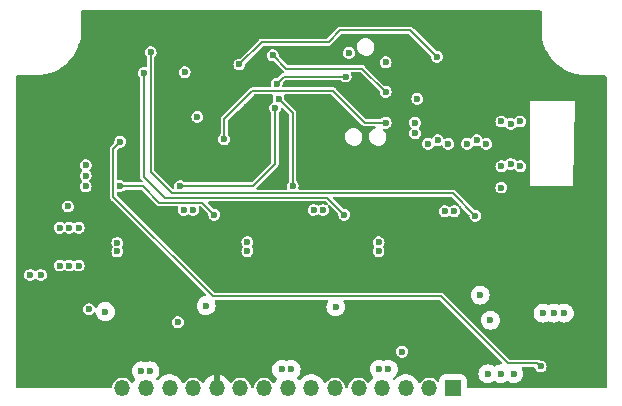
<source format=gbr>
%TF.GenerationSoftware,KiCad,Pcbnew,7.0.5*%
%TF.CreationDate,2023-08-21T12:06:50+01:00*%
%TF.ProjectId,ESC_Control_Board_STM32G071_V2,4553435f-436f-46e7-9472-6f6c5f426f61,rev?*%
%TF.SameCoordinates,Original*%
%TF.FileFunction,Copper,L3,Inr*%
%TF.FilePolarity,Positive*%
%FSLAX46Y46*%
G04 Gerber Fmt 4.6, Leading zero omitted, Abs format (unit mm)*
G04 Created by KiCad (PCBNEW 7.0.5) date 2023-08-21 12:06:50*
%MOMM*%
%LPD*%
G01*
G04 APERTURE LIST*
%TA.AperFunction,ComponentPad*%
%ADD10R,1.350000X1.350000*%
%TD*%
%TA.AperFunction,ComponentPad*%
%ADD11O,1.350000X1.350000*%
%TD*%
%TA.AperFunction,ViaPad*%
%ADD12C,0.600000*%
%TD*%
%TA.AperFunction,Conductor*%
%ADD13C,0.200000*%
%TD*%
G04 APERTURE END LIST*
D10*
%TO.N,VBATT*%
%TO.C,J6*%
X145700000Y-79900000D03*
D11*
%TO.N,unconnected-(J6-Pin_2-Pad2)*%
X143700000Y-79900000D03*
%TO.N,/Gate_Drive/U_H*%
X141700000Y-79900000D03*
%TO.N,/BEMF_Feedback/pU*%
X139700000Y-79900000D03*
%TO.N,/Gate_Drive/U_L*%
X137700000Y-79900000D03*
%TO.N,unconnected-(J6-Pin_6-Pad6)*%
X135700000Y-79900000D03*
%TO.N,/Gate_Drive/V_H*%
X133700000Y-79900000D03*
%TO.N,/BEMF_Feedback/pV*%
X131700000Y-79900000D03*
%TO.N,/Gate_Drive/V_L*%
X129700000Y-79900000D03*
%TO.N,unconnected-(J6-Pin_10-Pad10)*%
X127700000Y-79900000D03*
%TO.N,GND*%
X125700000Y-79900000D03*
%TO.N,unconnected-(J6-Pin_12-Pad12)*%
X123700000Y-79900000D03*
%TO.N,/Gate_Drive/W_H*%
X121700000Y-79900000D03*
%TO.N,/BEMF_Feedback/pW*%
X119700000Y-79900000D03*
%TO.N,/Gate_Drive/W_L*%
X117700000Y-79900000D03*
%TD*%
D12*
%TO.N,GND*%
X137350000Y-69990000D03*
X126270000Y-70010000D03*
X154800000Y-70920000D03*
X127240000Y-60560000D03*
%TO.N,/BEMF_Feedback/pW*%
X116270000Y-73410000D03*
%TO.N,/BEMF_Feedback/pU*%
X148870000Y-74130000D03*
%TO.N,GND*%
X140740000Y-48640000D03*
X115680000Y-64470000D03*
X140670000Y-62610000D03*
X133350000Y-59260000D03*
X131390000Y-59250000D03*
X132560000Y-51700000D03*
X112530000Y-56530000D03*
X120990000Y-53670000D03*
X121770000Y-55640000D03*
X124900000Y-78400000D03*
X111600000Y-73200000D03*
X115310000Y-48990000D03*
X116470000Y-51780000D03*
X115660000Y-61810000D03*
X125700000Y-78100000D03*
X129600000Y-66300000D03*
X144400000Y-62100000D03*
X109460000Y-59820000D03*
X147700000Y-62100000D03*
X116470000Y-50130000D03*
X144300000Y-49000000D03*
X110000000Y-78700000D03*
X115630000Y-54870000D03*
X109300000Y-65420000D03*
X137100000Y-74400000D03*
X115590000Y-58080000D03*
X120900000Y-61420000D03*
X111190000Y-59830000D03*
X140700000Y-66399500D03*
X142500000Y-74199500D03*
X126435571Y-56033554D03*
X134800000Y-62300000D03*
X122990000Y-56900000D03*
X112800000Y-70300000D03*
X110000000Y-58100000D03*
X110330000Y-59810000D03*
X118600000Y-66200000D03*
X123510000Y-77970000D03*
X146900000Y-62100000D03*
X128250000Y-56040000D03*
X136490000Y-54770000D03*
X115520000Y-56480000D03*
X127800000Y-74700000D03*
X155300000Y-78300000D03*
X157000000Y-78600000D03*
X157330000Y-54580000D03*
X128300000Y-54290000D03*
X109210000Y-64470000D03*
X145200000Y-62100000D03*
X126450000Y-54330000D03*
X115610000Y-53410000D03*
X126500000Y-78400000D03*
X148500000Y-62100000D03*
X140130000Y-53570000D03*
X115570000Y-60200000D03*
X143600000Y-62100000D03*
X136500000Y-57340000D03*
X109240000Y-66370000D03*
X134640000Y-48740000D03*
X109550000Y-75110000D03*
X154300000Y-78300000D03*
X149910000Y-71840000D03*
X110000000Y-55100000D03*
X112800000Y-71300000D03*
%TO.N,/MCU/PA1*%
X117530000Y-59010000D03*
X153125000Y-78050000D03*
%TO.N,+3V3*%
X113200000Y-69500000D03*
X136900000Y-51500000D03*
X113100000Y-64500000D03*
X113200000Y-66300000D03*
X112400000Y-69500000D03*
X114000000Y-69500000D03*
X114600000Y-61900000D03*
X114006428Y-66291421D03*
X112400000Y-66300000D03*
X142675000Y-55395000D03*
X114600000Y-62800000D03*
X114600000Y-61000000D03*
X122975000Y-53125000D03*
%TO.N,/BEMF_Feedback/pU*%
X148000000Y-72000000D03*
X139440000Y-78290000D03*
X140220000Y-78290000D03*
%TO.N,/BEMF_Feedback/pV*%
X131200000Y-78300000D03*
X132000000Y-78300000D03*
X135775000Y-73000500D03*
%TO.N,/BEMF_Feedback/bW*%
X117540000Y-62770000D03*
X125500000Y-65200000D03*
%TO.N,/BEMF_Feedback/pW*%
X124800000Y-72900000D03*
X119320000Y-78430000D03*
X120040000Y-78420000D03*
%TO.N,+12V*%
X149800000Y-62900000D03*
X128295000Y-68290000D03*
X150600000Y-60900000D03*
X142500000Y-57400000D03*
X110800000Y-70300000D03*
X149800000Y-57300000D03*
X122900000Y-64800000D03*
X145300000Y-59200000D03*
X133900000Y-64800000D03*
X151400000Y-61100000D03*
X148500000Y-59200000D03*
X143600000Y-59200000D03*
X134700000Y-64800000D03*
X147700000Y-58900000D03*
X146900000Y-59200000D03*
X139395000Y-68290000D03*
X117280000Y-68310000D03*
X139395000Y-67520000D03*
X150600000Y-57500000D03*
X145000000Y-64900000D03*
X117280000Y-67590000D03*
X114880000Y-73200000D03*
X151400000Y-57300000D03*
X145800000Y-64900000D03*
X128295000Y-67510000D03*
X141400000Y-76800000D03*
X149800000Y-61100000D03*
X122400000Y-74300000D03*
X142500000Y-58300000D03*
X109900000Y-70300000D03*
X144400000Y-58900000D03*
X123700000Y-64800000D03*
%TO.N,/BEMF_Feedback/bV*%
X119500500Y-53200000D03*
X136500000Y-65200000D03*
%TO.N,/BEMF_Feedback/bU*%
X120100000Y-51440000D03*
X147600000Y-65300000D03*
%TO.N,/MCU/PB4*%
X127620000Y-52480000D03*
X144325000Y-51825000D03*
%TO.N,/Gate_Drive/V_HIN*%
X130925000Y-55400000D03*
X132120111Y-62770500D03*
%TO.N,/Gate_Drive/W_HIN*%
X130625000Y-56175500D03*
X122600000Y-62770500D03*
%TO.N,VBATT*%
X153325000Y-73525000D03*
X149750000Y-78675000D03*
X155125000Y-73525000D03*
X148650000Y-78675000D03*
X150850000Y-78675000D03*
X154225000Y-73525000D03*
%TO.N,/MCU/NRST*%
X140000000Y-52300000D03*
X124060000Y-56920000D03*
%TO.N,/MCU/SWO*%
X126325000Y-58799500D03*
X140000000Y-57400000D03*
%TO.N,/MCU/SWDIO*%
X136600000Y-53500000D03*
X130770000Y-54100000D03*
%TO.N,/MCU/TDI*%
X130450000Y-51700500D03*
X140000000Y-54800000D03*
%TD*%
D13*
%TO.N,/MCU/PA1*%
X152850000Y-77775000D02*
X153125000Y-78050000D01*
X144670500Y-72100500D02*
X150345000Y-77775000D01*
X116940000Y-63691471D02*
X125349029Y-72100500D01*
X150345000Y-77775000D02*
X152850000Y-77775000D01*
X116940000Y-59600000D02*
X116940000Y-63691471D01*
X117530000Y-59010000D02*
X116940000Y-59600000D01*
X125349029Y-72100500D02*
X144670500Y-72100500D01*
%TO.N,/BEMF_Feedback/bW*%
X124470000Y-64170000D02*
X125500000Y-65200000D01*
X120842178Y-64170000D02*
X124470000Y-64170000D01*
X119442178Y-62770000D02*
X120842178Y-64170000D01*
X117540000Y-62770000D02*
X119442178Y-62770000D01*
%TO.N,/MCU/PB4*%
X142100000Y-49600000D02*
X144325000Y-51825000D01*
X136151471Y-49600000D02*
X142100000Y-49600000D01*
X135161471Y-50590000D02*
X136151471Y-49600000D01*
X127620000Y-52480000D02*
X129510000Y-50590000D01*
X129510000Y-50590000D02*
X135161471Y-50590000D01*
%TO.N,/BEMF_Feedback/bV*%
X119500500Y-53200000D02*
X119500500Y-61980500D01*
X121290000Y-63770000D02*
X135070000Y-63770000D01*
X135070000Y-63770000D02*
X136500000Y-65200000D01*
X119500500Y-61980500D02*
X121290000Y-63770000D01*
%TO.N,/BEMF_Feedback/bU*%
X120100000Y-61570000D02*
X121900000Y-63370000D01*
X120100000Y-51440000D02*
X120100000Y-61570000D01*
X145670000Y-63370000D02*
X147600000Y-65300000D01*
X121900000Y-63370000D02*
X145670000Y-63370000D01*
%TO.N,/Gate_Drive/V_HIN*%
X132120111Y-62770500D02*
X132125000Y-62765611D01*
X132125000Y-56600000D02*
X130925000Y-55400000D01*
X132125000Y-62765611D02*
X132125000Y-56600000D01*
%TO.N,/Gate_Drive/W_HIN*%
X128780000Y-62770500D02*
X130625000Y-60925500D01*
X122600000Y-62770500D02*
X128780000Y-62770500D01*
X130625000Y-60925500D02*
X130625000Y-56175500D01*
%TO.N,/MCU/SWO*%
X128721471Y-54720000D02*
X135560000Y-54720000D01*
X127190000Y-56251471D02*
X128721471Y-54720000D01*
X126325000Y-58799500D02*
X126325000Y-57133529D01*
X138240000Y-57400000D02*
X140000000Y-57400000D01*
X126325000Y-57133529D02*
X127190000Y-56268529D01*
X135560000Y-54720000D02*
X138240000Y-57400000D01*
X127190000Y-56268529D02*
X127190000Y-56251471D01*
%TO.N,/MCU/SWDIO*%
X131370000Y-53500000D02*
X136600000Y-53500000D01*
X130770000Y-54100000D02*
X131370000Y-53500000D01*
%TO.N,/MCU/TDI*%
X131569500Y-52820000D02*
X138020000Y-52820000D01*
X138020000Y-52820000D02*
X140000000Y-54800000D01*
X130450000Y-51700500D02*
X131569500Y-52820000D01*
%TD*%
%TA.AperFunction,Conductor*%
%TO.N,GND*%
G36*
X131262385Y-56169841D02*
G01*
X131288709Y-56188680D01*
X131795504Y-56695474D01*
X131823281Y-56749991D01*
X131824500Y-56765478D01*
X131824500Y-62312369D01*
X131805593Y-62370560D01*
X131790334Y-62387186D01*
X131788985Y-62388354D01*
X131694733Y-62497128D01*
X131634945Y-62628043D01*
X131614464Y-62770497D01*
X131614464Y-62770502D01*
X131634944Y-62912954D01*
X131642443Y-62929372D01*
X131649419Y-62990158D01*
X131619333Y-63043436D01*
X131563677Y-63068854D01*
X131552390Y-63069500D01*
X129144978Y-63069500D01*
X129086787Y-63050593D01*
X129050823Y-63001093D01*
X129050823Y-62939907D01*
X129074974Y-62900496D01*
X129933014Y-62042456D01*
X130791405Y-61184064D01*
X130802664Y-61175993D01*
X130801905Y-61174987D01*
X130809221Y-61169461D01*
X130809228Y-61169458D01*
X130841632Y-61133911D01*
X130843186Y-61132283D01*
X130857174Y-61118297D01*
X130859181Y-61115365D01*
X130863440Y-61109990D01*
X130884916Y-61086433D01*
X130888465Y-61077270D01*
X130899106Y-61057082D01*
X130904656Y-61048981D01*
X130911955Y-61017943D01*
X130913977Y-61011414D01*
X130925500Y-60981673D01*
X130925500Y-60971848D01*
X130928129Y-60949183D01*
X130930379Y-60939619D01*
X130925973Y-60908033D01*
X130925499Y-60901214D01*
X130925499Y-56629394D01*
X130944406Y-56571204D01*
X130951741Y-56563212D01*
X130951490Y-56562995D01*
X130956126Y-56557643D01*
X130956128Y-56557643D01*
X131050377Y-56448873D01*
X131110165Y-56317957D01*
X131110164Y-56317957D01*
X131110166Y-56317955D01*
X131120713Y-56244596D01*
X131147708Y-56189688D01*
X131201823Y-56161134D01*
X131262385Y-56169841D01*
G37*
%TD.AperFunction*%
%TA.AperFunction,Conductor*%
G36*
X153158691Y-47919407D02*
G01*
X153194655Y-47968907D01*
X153199500Y-47999500D01*
X153199500Y-50113263D01*
X153195953Y-50124510D01*
X153230583Y-50326856D01*
X153230585Y-50326867D01*
X153288472Y-50541487D01*
X153288991Y-50543591D01*
X153300447Y-50594902D01*
X153306555Y-50608527D01*
X153326631Y-50682963D01*
X153326634Y-50682972D01*
X153405025Y-50892773D01*
X153417036Y-50924917D01*
X153417645Y-50926644D01*
X153429189Y-50961410D01*
X153433504Y-50968993D01*
X153455730Y-51028476D01*
X153500324Y-51120391D01*
X153588580Y-51302297D01*
X153589213Y-51303654D01*
X153593701Y-51313665D01*
X153594969Y-51315466D01*
X153616729Y-51360317D01*
X153808195Y-51675537D01*
X153808206Y-51675555D01*
X153826778Y-51700500D01*
X154028463Y-51971398D01*
X154241188Y-52207144D01*
X154275557Y-52245233D01*
X154547293Y-52494628D01*
X154547306Y-52494638D01*
X154547311Y-52494642D01*
X154841262Y-52717376D01*
X154841267Y-52717379D01*
X155154877Y-52911511D01*
X155485346Y-53075308D01*
X155829747Y-53207317D01*
X155877764Y-53220704D01*
X155878798Y-53221390D01*
X155890389Y-53224247D01*
X155891830Y-53224626D01*
X156050642Y-53268903D01*
X156185031Y-53306371D01*
X156247526Y-53317599D01*
X156251890Y-53319937D01*
X156291959Y-53325616D01*
X156293733Y-53325900D01*
X156548053Y-53371592D01*
X156624893Y-53378033D01*
X156632742Y-53381331D01*
X156691840Y-53383692D01*
X156693971Y-53383824D01*
X156915598Y-53402403D01*
X157058752Y-53400924D01*
X157099935Y-53400500D01*
X157100005Y-53400500D01*
X158600500Y-53400500D01*
X158658691Y-53419407D01*
X158694655Y-53468907D01*
X158699500Y-53499500D01*
X158699500Y-79800500D01*
X158680593Y-79858691D01*
X158631093Y-79894655D01*
X158600500Y-79899500D01*
X146974499Y-79899500D01*
X146916308Y-79880593D01*
X146880344Y-79831093D01*
X146875499Y-79800500D01*
X146875499Y-79177132D01*
X146875499Y-79177128D01*
X146869091Y-79117517D01*
X146864305Y-79104684D01*
X146818797Y-78982670D01*
X146732549Y-78867458D01*
X146732548Y-78867457D01*
X146732546Y-78867454D01*
X146732541Y-78867450D01*
X146617329Y-78781202D01*
X146482488Y-78730910D01*
X146482483Y-78730909D01*
X146482481Y-78730908D01*
X146482477Y-78730908D01*
X146451249Y-78727550D01*
X146422873Y-78724500D01*
X146422870Y-78724500D01*
X144977133Y-78724500D01*
X144977129Y-78724500D01*
X144977128Y-78724501D01*
X144969949Y-78725272D01*
X144917519Y-78730908D01*
X144917514Y-78730909D01*
X144782670Y-78781202D01*
X144667458Y-78867450D01*
X144667450Y-78867458D01*
X144581202Y-78982670D01*
X144530910Y-79117511D01*
X144530908Y-79117522D01*
X144524500Y-79177129D01*
X144524500Y-79249382D01*
X144505593Y-79307573D01*
X144456093Y-79343537D01*
X144394907Y-79343537D01*
X144351929Y-79315626D01*
X144289055Y-79245797D01*
X144289054Y-79245796D01*
X144289050Y-79245793D01*
X144140161Y-79137619D01*
X144140157Y-79137617D01*
X144140154Y-79137615D01*
X143972036Y-79062765D01*
X143972034Y-79062764D01*
X143972031Y-79062763D01*
X143972030Y-79062763D01*
X143911119Y-79049816D01*
X143792019Y-79024500D01*
X143607981Y-79024500D01*
X143510797Y-79045157D01*
X143427969Y-79062763D01*
X143427963Y-79062765D01*
X143259845Y-79137615D01*
X143259842Y-79137617D01*
X143110948Y-79245794D01*
X142987804Y-79382561D01*
X142955262Y-79438925D01*
X142909792Y-79479866D01*
X142848941Y-79486260D01*
X142795954Y-79455667D01*
X142780905Y-79433552D01*
X142755513Y-79382559D01*
X142703712Y-79278528D01*
X142572427Y-79104678D01*
X142411432Y-78957912D01*
X142226210Y-78843228D01*
X142023069Y-78764530D01*
X142023068Y-78764529D01*
X142023066Y-78764529D01*
X141808926Y-78724500D01*
X141591074Y-78724500D01*
X141376933Y-78764529D01*
X141338230Y-78779523D01*
X141173790Y-78843228D01*
X140988568Y-78957912D01*
X140988565Y-78957914D01*
X140827573Y-79104678D01*
X140779003Y-79168995D01*
X140728847Y-79204037D01*
X140667672Y-79202906D01*
X140620998Y-79168996D01*
X140609271Y-79153468D01*
X140590980Y-79129246D01*
X140571000Y-79071418D01*
X140588827Y-79012887D01*
X140617310Y-78985761D01*
X140722262Y-78919816D01*
X140849816Y-78792262D01*
X140945789Y-78639522D01*
X141005368Y-78469255D01*
X141025565Y-78290000D01*
X141005368Y-78110745D01*
X140999131Y-78092922D01*
X140949288Y-77950478D01*
X140945789Y-77940478D01*
X140931502Y-77917741D01*
X140849818Y-77787741D01*
X140849817Y-77787740D01*
X140849816Y-77787738D01*
X140722262Y-77660184D01*
X140722259Y-77660182D01*
X140722258Y-77660181D01*
X140569523Y-77564211D01*
X140399261Y-77504633D01*
X140399257Y-77504632D01*
X140220000Y-77484435D01*
X140040742Y-77504632D01*
X140040738Y-77504633D01*
X139865231Y-77566047D01*
X139864570Y-77564159D01*
X139812297Y-77571226D01*
X139794931Y-77565583D01*
X139794769Y-77566047D01*
X139619261Y-77504633D01*
X139619257Y-77504632D01*
X139440000Y-77484435D01*
X139260742Y-77504632D01*
X139260738Y-77504633D01*
X139090477Y-77564211D01*
X139090476Y-77564211D01*
X138937741Y-77660181D01*
X138810181Y-77787741D01*
X138714211Y-77940476D01*
X138714211Y-77940477D01*
X138654633Y-78110738D01*
X138654632Y-78110742D01*
X138634435Y-78290000D01*
X138654632Y-78469257D01*
X138654633Y-78469261D01*
X138714211Y-78639522D01*
X138714211Y-78639523D01*
X138810181Y-78792258D01*
X138810184Y-78792262D01*
X138908593Y-78890671D01*
X138936369Y-78945186D01*
X138926798Y-79005618D01*
X138905284Y-79033834D01*
X138827576Y-79104674D01*
X138696289Y-79278526D01*
X138696286Y-79278531D01*
X138619094Y-79433553D01*
X138576231Y-79477215D01*
X138515890Y-79487344D01*
X138461119Y-79460071D01*
X138444737Y-79438924D01*
X138437137Y-79425761D01*
X138412195Y-79382560D01*
X138289050Y-79245793D01*
X138140161Y-79137619D01*
X138140157Y-79137617D01*
X138140154Y-79137615D01*
X137972036Y-79062765D01*
X137972034Y-79062764D01*
X137972031Y-79062763D01*
X137972030Y-79062763D01*
X137911119Y-79049816D01*
X137792019Y-79024500D01*
X137607981Y-79024500D01*
X137510797Y-79045157D01*
X137427969Y-79062763D01*
X137427963Y-79062765D01*
X137259845Y-79137615D01*
X137259842Y-79137617D01*
X137110948Y-79245794D01*
X136987803Y-79382562D01*
X136987803Y-79382563D01*
X136895790Y-79541931D01*
X136895784Y-79541945D01*
X136838916Y-79716965D01*
X136838915Y-79716969D01*
X136838915Y-79716971D01*
X136829048Y-79810849D01*
X136804162Y-79866744D01*
X136751174Y-79897337D01*
X136730591Y-79899500D01*
X136669409Y-79899500D01*
X136611218Y-79880593D01*
X136575254Y-79831093D01*
X136570952Y-79810853D01*
X136561085Y-79716971D01*
X136504214Y-79541941D01*
X136504211Y-79541936D01*
X136504209Y-79541931D01*
X136456935Y-79460052D01*
X136412195Y-79382560D01*
X136289050Y-79245793D01*
X136140161Y-79137619D01*
X136140157Y-79137617D01*
X136140154Y-79137615D01*
X135972036Y-79062765D01*
X135972034Y-79062764D01*
X135972031Y-79062763D01*
X135972030Y-79062763D01*
X135911119Y-79049816D01*
X135792019Y-79024500D01*
X135607981Y-79024500D01*
X135510797Y-79045157D01*
X135427969Y-79062763D01*
X135427963Y-79062765D01*
X135259845Y-79137615D01*
X135259842Y-79137617D01*
X135110948Y-79245794D01*
X134987804Y-79382561D01*
X134955262Y-79438925D01*
X134909792Y-79479866D01*
X134848941Y-79486260D01*
X134795954Y-79455667D01*
X134780905Y-79433552D01*
X134755513Y-79382559D01*
X134703712Y-79278528D01*
X134572427Y-79104678D01*
X134411432Y-78957912D01*
X134226210Y-78843228D01*
X134023069Y-78764530D01*
X134023068Y-78764529D01*
X134023066Y-78764529D01*
X133808926Y-78724500D01*
X133591074Y-78724500D01*
X133376933Y-78764529D01*
X133338230Y-78779523D01*
X133173790Y-78843228D01*
X132988568Y-78957912D01*
X132988565Y-78957914D01*
X132827573Y-79104678D01*
X132779003Y-79168995D01*
X132728847Y-79204037D01*
X132667672Y-79202906D01*
X132620997Y-79168995D01*
X132598159Y-79138753D01*
X132572427Y-79104678D01*
X132520870Y-79057678D01*
X132490605Y-79004503D01*
X132497376Y-78943693D01*
X132517561Y-78914516D01*
X132629816Y-78802262D01*
X132725789Y-78649522D01*
X132785368Y-78479255D01*
X132805565Y-78300000D01*
X132785368Y-78120745D01*
X132781866Y-78110738D01*
X132757843Y-78042084D01*
X132725789Y-77950478D01*
X132719504Y-77940476D01*
X132629818Y-77797741D01*
X132629817Y-77797740D01*
X132629816Y-77797738D01*
X132502262Y-77670184D01*
X132502259Y-77670182D01*
X132502258Y-77670181D01*
X132349523Y-77574211D01*
X132179261Y-77514633D01*
X132179257Y-77514632D01*
X132000000Y-77494435D01*
X131820742Y-77514632D01*
X131820738Y-77514633D01*
X131650474Y-77574212D01*
X131645466Y-77576624D01*
X131644618Y-77574863D01*
X131593333Y-77587782D01*
X131555136Y-77575371D01*
X131554534Y-77576624D01*
X131549525Y-77574212D01*
X131379261Y-77514633D01*
X131379257Y-77514632D01*
X131200000Y-77494435D01*
X131020742Y-77514632D01*
X131020738Y-77514633D01*
X130850477Y-77574211D01*
X130850476Y-77574211D01*
X130697741Y-77670181D01*
X130570181Y-77797741D01*
X130474211Y-77950476D01*
X130474211Y-77950477D01*
X130414633Y-78120738D01*
X130414632Y-78120742D01*
X130394435Y-78300000D01*
X130414632Y-78479257D01*
X130414633Y-78479261D01*
X130474211Y-78649522D01*
X130474211Y-78649523D01*
X130570181Y-78802258D01*
X130570184Y-78802262D01*
X130697738Y-78929816D01*
X130784002Y-78984019D01*
X130823213Y-79030986D01*
X130827329Y-79092033D01*
X130810334Y-79127504D01*
X130696293Y-79278520D01*
X130696286Y-79278531D01*
X130619094Y-79433553D01*
X130576231Y-79477215D01*
X130515890Y-79487344D01*
X130461119Y-79460071D01*
X130444737Y-79438924D01*
X130437137Y-79425761D01*
X130412195Y-79382560D01*
X130289050Y-79245793D01*
X130140161Y-79137619D01*
X130140157Y-79137617D01*
X130140154Y-79137615D01*
X129972036Y-79062765D01*
X129972034Y-79062764D01*
X129972031Y-79062763D01*
X129972030Y-79062763D01*
X129911119Y-79049816D01*
X129792019Y-79024500D01*
X129607981Y-79024500D01*
X129510797Y-79045157D01*
X129427969Y-79062763D01*
X129427963Y-79062765D01*
X129259845Y-79137615D01*
X129259842Y-79137617D01*
X129110948Y-79245794D01*
X128987803Y-79382562D01*
X128987803Y-79382563D01*
X128895790Y-79541931D01*
X128895784Y-79541945D01*
X128838916Y-79716965D01*
X128838915Y-79716969D01*
X128838915Y-79716971D01*
X128829048Y-79810849D01*
X128804162Y-79866744D01*
X128751174Y-79897337D01*
X128730591Y-79899500D01*
X128669409Y-79899500D01*
X128611218Y-79880593D01*
X128575254Y-79831093D01*
X128570952Y-79810853D01*
X128561085Y-79716971D01*
X128504214Y-79541941D01*
X128504211Y-79541936D01*
X128504209Y-79541931D01*
X128456935Y-79460052D01*
X128412195Y-79382560D01*
X128289050Y-79245793D01*
X128140161Y-79137619D01*
X128140157Y-79137617D01*
X128140154Y-79137615D01*
X127972036Y-79062765D01*
X127972034Y-79062764D01*
X127972031Y-79062763D01*
X127972030Y-79062763D01*
X127911119Y-79049816D01*
X127792019Y-79024500D01*
X127607981Y-79024500D01*
X127510797Y-79045157D01*
X127427969Y-79062763D01*
X127427963Y-79062765D01*
X127259845Y-79137615D01*
X127259842Y-79137617D01*
X127110948Y-79245794D01*
X127055323Y-79307573D01*
X126987805Y-79382560D01*
X126965469Y-79421245D01*
X126959760Y-79431135D01*
X126914289Y-79472075D01*
X126853439Y-79478469D01*
X126800451Y-79447876D01*
X126785403Y-79425761D01*
X126710119Y-79274570D01*
X126710114Y-79274561D01*
X126577991Y-79099603D01*
X126415970Y-78951901D01*
X126229565Y-78836485D01*
X126025130Y-78757286D01*
X126025124Y-78757284D01*
X125954000Y-78743989D01*
X125954000Y-79588314D01*
X125938045Y-79572359D01*
X125825148Y-79514835D01*
X125731481Y-79500000D01*
X125668519Y-79500000D01*
X125574852Y-79514835D01*
X125461955Y-79572359D01*
X125445999Y-79588314D01*
X125445999Y-78743989D01*
X125445998Y-78743989D01*
X125374875Y-78757284D01*
X125374869Y-78757286D01*
X125170434Y-78836485D01*
X124984029Y-78951901D01*
X124822008Y-79099603D01*
X124689885Y-79274561D01*
X124689880Y-79274570D01*
X124614596Y-79425761D01*
X124571733Y-79469424D01*
X124511392Y-79479553D01*
X124456621Y-79452280D01*
X124440239Y-79431133D01*
X124432832Y-79418304D01*
X124412195Y-79382560D01*
X124289050Y-79245793D01*
X124140161Y-79137619D01*
X124140157Y-79137617D01*
X124140154Y-79137615D01*
X123972036Y-79062765D01*
X123972034Y-79062764D01*
X123972031Y-79062763D01*
X123972030Y-79062763D01*
X123911119Y-79049816D01*
X123792019Y-79024500D01*
X123607981Y-79024500D01*
X123510797Y-79045157D01*
X123427969Y-79062763D01*
X123427963Y-79062765D01*
X123259845Y-79137615D01*
X123259842Y-79137617D01*
X123110948Y-79245794D01*
X122987804Y-79382561D01*
X122955262Y-79438925D01*
X122909792Y-79479866D01*
X122848941Y-79486260D01*
X122795954Y-79455667D01*
X122780905Y-79433552D01*
X122755513Y-79382559D01*
X122703712Y-79278528D01*
X122572427Y-79104678D01*
X122411432Y-78957912D01*
X122226210Y-78843228D01*
X122023069Y-78764530D01*
X122023068Y-78764529D01*
X122023066Y-78764529D01*
X121808926Y-78724500D01*
X121591074Y-78724500D01*
X121376933Y-78764529D01*
X121338230Y-78779523D01*
X121173790Y-78843228D01*
X120988568Y-78957912D01*
X120988565Y-78957914D01*
X120827574Y-79104677D01*
X120827568Y-79104684D01*
X120779002Y-79168995D01*
X120728846Y-79204037D01*
X120667671Y-79202906D01*
X120620994Y-79168992D01*
X120587759Y-79124980D01*
X120567781Y-79067149D01*
X120585611Y-79008619D01*
X120596754Y-78995323D01*
X120669816Y-78922262D01*
X120765789Y-78769522D01*
X120825368Y-78599255D01*
X120845565Y-78420000D01*
X120825368Y-78240745D01*
X120820618Y-78227171D01*
X120783377Y-78120742D01*
X120765789Y-78070478D01*
X120676099Y-77927738D01*
X120669818Y-77917741D01*
X120669817Y-77917740D01*
X120669816Y-77917738D01*
X120542262Y-77790184D01*
X120542259Y-77790182D01*
X120542258Y-77790181D01*
X120389523Y-77694211D01*
X120219261Y-77634633D01*
X120219257Y-77634632D01*
X120040000Y-77614435D01*
X119860742Y-77634632D01*
X119698407Y-77691436D01*
X119637237Y-77692808D01*
X119633012Y-77691435D01*
X119499261Y-77644633D01*
X119499257Y-77644632D01*
X119320000Y-77624435D01*
X119140742Y-77644632D01*
X119140738Y-77644633D01*
X118970477Y-77704211D01*
X118970476Y-77704211D01*
X118817741Y-77800181D01*
X118690181Y-77927741D01*
X118594211Y-78080476D01*
X118594211Y-78080477D01*
X118534633Y-78250738D01*
X118534632Y-78250742D01*
X118514435Y-78430000D01*
X118534632Y-78609257D01*
X118534633Y-78609261D01*
X118594211Y-78779522D01*
X118594211Y-78779523D01*
X118688647Y-78929816D01*
X118690184Y-78932262D01*
X118781728Y-79023806D01*
X118809504Y-79078321D01*
X118799933Y-79138753D01*
X118790727Y-79153468D01*
X118696293Y-79278520D01*
X118696286Y-79278531D01*
X118619094Y-79433553D01*
X118576231Y-79477215D01*
X118515890Y-79487344D01*
X118461119Y-79460071D01*
X118444737Y-79438924D01*
X118437137Y-79425761D01*
X118412195Y-79382560D01*
X118289050Y-79245793D01*
X118140161Y-79137619D01*
X118140157Y-79137617D01*
X118140154Y-79137615D01*
X117972036Y-79062765D01*
X117972034Y-79062764D01*
X117972031Y-79062763D01*
X117972030Y-79062763D01*
X117911119Y-79049816D01*
X117792019Y-79024500D01*
X117607981Y-79024500D01*
X117510797Y-79045157D01*
X117427969Y-79062763D01*
X117427963Y-79062765D01*
X117259845Y-79137615D01*
X117259842Y-79137617D01*
X117110948Y-79245794D01*
X116987803Y-79382562D01*
X116987803Y-79382563D01*
X116895790Y-79541931D01*
X116895784Y-79541945D01*
X116838916Y-79716965D01*
X116838915Y-79716969D01*
X116838915Y-79716971D01*
X116829048Y-79810849D01*
X116804162Y-79866744D01*
X116751174Y-79897337D01*
X116730591Y-79899500D01*
X108799500Y-79899500D01*
X108741309Y-79880593D01*
X108705345Y-79831093D01*
X108700500Y-79800500D01*
X108700500Y-76800002D01*
X140894353Y-76800002D01*
X140914834Y-76942456D01*
X140974622Y-77073371D01*
X140974623Y-77073373D01*
X141068872Y-77182143D01*
X141068873Y-77182144D01*
X141189942Y-77259950D01*
X141189947Y-77259953D01*
X141296403Y-77291211D01*
X141328035Y-77300499D01*
X141328036Y-77300499D01*
X141328039Y-77300500D01*
X141328041Y-77300500D01*
X141471959Y-77300500D01*
X141471961Y-77300500D01*
X141610053Y-77259953D01*
X141731128Y-77182143D01*
X141825377Y-77073373D01*
X141885165Y-76942457D01*
X141905647Y-76800000D01*
X141885165Y-76657543D01*
X141825377Y-76526627D01*
X141731128Y-76417857D01*
X141731127Y-76417856D01*
X141731126Y-76417855D01*
X141610057Y-76340049D01*
X141610054Y-76340047D01*
X141610053Y-76340047D01*
X141610050Y-76340046D01*
X141471964Y-76299500D01*
X141471961Y-76299500D01*
X141328039Y-76299500D01*
X141328035Y-76299500D01*
X141189949Y-76340046D01*
X141189942Y-76340049D01*
X141068873Y-76417855D01*
X140974622Y-76526628D01*
X140914834Y-76657543D01*
X140894353Y-76799997D01*
X140894353Y-76800002D01*
X108700500Y-76800002D01*
X108700500Y-74300002D01*
X121894353Y-74300002D01*
X121914834Y-74442456D01*
X121974622Y-74573371D01*
X121974623Y-74573373D01*
X122068872Y-74682143D01*
X122068873Y-74682144D01*
X122189737Y-74759818D01*
X122189947Y-74759953D01*
X122296403Y-74791211D01*
X122328035Y-74800499D01*
X122328036Y-74800499D01*
X122328039Y-74800500D01*
X122328041Y-74800500D01*
X122471959Y-74800500D01*
X122471961Y-74800500D01*
X122610053Y-74759953D01*
X122731128Y-74682143D01*
X122825377Y-74573373D01*
X122885165Y-74442457D01*
X122891992Y-74394971D01*
X122905647Y-74300002D01*
X122905647Y-74299997D01*
X122885165Y-74157543D01*
X122825377Y-74026628D01*
X122825377Y-74026627D01*
X122731128Y-73917857D01*
X122731127Y-73917856D01*
X122731126Y-73917855D01*
X122610057Y-73840049D01*
X122610054Y-73840047D01*
X122610053Y-73840047D01*
X122610050Y-73840046D01*
X122471964Y-73799500D01*
X122471961Y-73799500D01*
X122328039Y-73799500D01*
X122328035Y-73799500D01*
X122189949Y-73840046D01*
X122189942Y-73840049D01*
X122068873Y-73917855D01*
X121974622Y-74026628D01*
X121914834Y-74157543D01*
X121894353Y-74299997D01*
X121894353Y-74300002D01*
X108700500Y-74300002D01*
X108700500Y-73200002D01*
X114374353Y-73200002D01*
X114394834Y-73342456D01*
X114454622Y-73473371D01*
X114454623Y-73473373D01*
X114548872Y-73582143D01*
X114548873Y-73582144D01*
X114623834Y-73630318D01*
X114669947Y-73659953D01*
X114756504Y-73685368D01*
X114808035Y-73700499D01*
X114808036Y-73700499D01*
X114808039Y-73700500D01*
X114808041Y-73700500D01*
X114951959Y-73700500D01*
X114951961Y-73700500D01*
X115090053Y-73659953D01*
X115211128Y-73582143D01*
X115304544Y-73474333D01*
X115356938Y-73442739D01*
X115417899Y-73447974D01*
X115464140Y-73488042D01*
X115477739Y-73528079D01*
X115482422Y-73569647D01*
X115484632Y-73589257D01*
X115484633Y-73589261D01*
X115544211Y-73759522D01*
X115544211Y-73759523D01*
X115640181Y-73912258D01*
X115640184Y-73912262D01*
X115767738Y-74039816D01*
X115767740Y-74039817D01*
X115767741Y-74039818D01*
X115911264Y-74130000D01*
X115920478Y-74135789D01*
X115974854Y-74154816D01*
X116090738Y-74195366D01*
X116090742Y-74195367D01*
X116090745Y-74195368D01*
X116270000Y-74215565D01*
X116449255Y-74195368D01*
X116619522Y-74135789D01*
X116772262Y-74039816D01*
X116899816Y-73912262D01*
X116995789Y-73759522D01*
X117055368Y-73589255D01*
X117075565Y-73410000D01*
X117055368Y-73230745D01*
X116995789Y-73060478D01*
X116972075Y-73022738D01*
X116899818Y-72907741D01*
X116899817Y-72907740D01*
X116899816Y-72907738D01*
X116772262Y-72780184D01*
X116772259Y-72780182D01*
X116772258Y-72780181D01*
X116619523Y-72684211D01*
X116449261Y-72624633D01*
X116449257Y-72624632D01*
X116270000Y-72604435D01*
X116090742Y-72624632D01*
X116090738Y-72624633D01*
X115920477Y-72684211D01*
X115920476Y-72684211D01*
X115767741Y-72780181D01*
X115640181Y-72907741D01*
X115541253Y-73065185D01*
X115540067Y-73064440D01*
X115502277Y-73103954D01*
X115442073Y-73114869D01*
X115386951Y-73088312D01*
X115365325Y-73057893D01*
X115305378Y-72926629D01*
X115305377Y-72926628D01*
X115305377Y-72926627D01*
X115211128Y-72817857D01*
X115211127Y-72817856D01*
X115211126Y-72817855D01*
X115090057Y-72740049D01*
X115090054Y-72740047D01*
X115090053Y-72740047D01*
X115088640Y-72739632D01*
X114951964Y-72699500D01*
X114951961Y-72699500D01*
X114808039Y-72699500D01*
X114808035Y-72699500D01*
X114669949Y-72740046D01*
X114669942Y-72740049D01*
X114548873Y-72817855D01*
X114454622Y-72926628D01*
X114394834Y-73057543D01*
X114374353Y-73199997D01*
X114374353Y-73200002D01*
X108700500Y-73200002D01*
X108700500Y-70300002D01*
X109394353Y-70300002D01*
X109414834Y-70442456D01*
X109474622Y-70573371D01*
X109474623Y-70573373D01*
X109568872Y-70682143D01*
X109568873Y-70682144D01*
X109689942Y-70759950D01*
X109689947Y-70759953D01*
X109796403Y-70791211D01*
X109828035Y-70800499D01*
X109828036Y-70800499D01*
X109828039Y-70800500D01*
X109828041Y-70800500D01*
X109971959Y-70800500D01*
X109971961Y-70800500D01*
X110110053Y-70759953D01*
X110231128Y-70682143D01*
X110275181Y-70631302D01*
X110327576Y-70599707D01*
X110388537Y-70604942D01*
X110424817Y-70631301D01*
X110468872Y-70682143D01*
X110468873Y-70682144D01*
X110589942Y-70759950D01*
X110589947Y-70759953D01*
X110696403Y-70791211D01*
X110728035Y-70800499D01*
X110728036Y-70800499D01*
X110728039Y-70800500D01*
X110728041Y-70800500D01*
X110871959Y-70800500D01*
X110871961Y-70800500D01*
X111010053Y-70759953D01*
X111131128Y-70682143D01*
X111225377Y-70573373D01*
X111285165Y-70442457D01*
X111305647Y-70300000D01*
X111285165Y-70157543D01*
X111225377Y-70026627D01*
X111131128Y-69917857D01*
X111131127Y-69917856D01*
X111131126Y-69917855D01*
X111010057Y-69840049D01*
X111010054Y-69840047D01*
X111010053Y-69840047D01*
X111010050Y-69840046D01*
X110871964Y-69799500D01*
X110871961Y-69799500D01*
X110728039Y-69799500D01*
X110728035Y-69799500D01*
X110589949Y-69840046D01*
X110589942Y-69840049D01*
X110468872Y-69917856D01*
X110468870Y-69917858D01*
X110424819Y-69968696D01*
X110372423Y-70000292D01*
X110311462Y-69995056D01*
X110275181Y-69968696D01*
X110231129Y-69917858D01*
X110231127Y-69917856D01*
X110110057Y-69840049D01*
X110110054Y-69840047D01*
X110110053Y-69840047D01*
X110110050Y-69840046D01*
X109971964Y-69799500D01*
X109971961Y-69799500D01*
X109828039Y-69799500D01*
X109828035Y-69799500D01*
X109689949Y-69840046D01*
X109689942Y-69840049D01*
X109568873Y-69917855D01*
X109474622Y-70026628D01*
X109414834Y-70157543D01*
X109394353Y-70299997D01*
X109394353Y-70300002D01*
X108700500Y-70300002D01*
X108700500Y-69500002D01*
X111894353Y-69500002D01*
X111914834Y-69642456D01*
X111974622Y-69773371D01*
X111974623Y-69773373D01*
X112065840Y-69878644D01*
X112068873Y-69882144D01*
X112189942Y-69959950D01*
X112189947Y-69959953D01*
X112296403Y-69991211D01*
X112328035Y-70000499D01*
X112328036Y-70000499D01*
X112328039Y-70000500D01*
X112328041Y-70000500D01*
X112471959Y-70000500D01*
X112471961Y-70000500D01*
X112610053Y-69959953D01*
X112731128Y-69882143D01*
X112731136Y-69882133D01*
X112735165Y-69878644D01*
X112791523Y-69854824D01*
X112851119Y-69868679D01*
X112864835Y-69878644D01*
X112868866Y-69882137D01*
X112868872Y-69882143D01*
X112989947Y-69959953D01*
X113096403Y-69991211D01*
X113128035Y-70000499D01*
X113128036Y-70000499D01*
X113128039Y-70000500D01*
X113128041Y-70000500D01*
X113271959Y-70000500D01*
X113271961Y-70000500D01*
X113410053Y-69959953D01*
X113531128Y-69882143D01*
X113531136Y-69882133D01*
X113535165Y-69878644D01*
X113591523Y-69854824D01*
X113651119Y-69868679D01*
X113664835Y-69878644D01*
X113668866Y-69882137D01*
X113668872Y-69882143D01*
X113789947Y-69959953D01*
X113896403Y-69991211D01*
X113928035Y-70000499D01*
X113928036Y-70000499D01*
X113928039Y-70000500D01*
X113928041Y-70000500D01*
X114071959Y-70000500D01*
X114071961Y-70000500D01*
X114210053Y-69959953D01*
X114331128Y-69882143D01*
X114425377Y-69773373D01*
X114485165Y-69642457D01*
X114505647Y-69500000D01*
X114485165Y-69357543D01*
X114425377Y-69226627D01*
X114331128Y-69117857D01*
X114331127Y-69117856D01*
X114331126Y-69117855D01*
X114210057Y-69040049D01*
X114210054Y-69040047D01*
X114210053Y-69040047D01*
X114210050Y-69040046D01*
X114071964Y-68999500D01*
X114071961Y-68999500D01*
X113928039Y-68999500D01*
X113928035Y-68999500D01*
X113789949Y-69040046D01*
X113789942Y-69040049D01*
X113668872Y-69117856D01*
X113664830Y-69121359D01*
X113608471Y-69145176D01*
X113548876Y-69131317D01*
X113535170Y-69121359D01*
X113531127Y-69117856D01*
X113410057Y-69040049D01*
X113410054Y-69040047D01*
X113410053Y-69040047D01*
X113410050Y-69040046D01*
X113271964Y-68999500D01*
X113271961Y-68999500D01*
X113128039Y-68999500D01*
X113128035Y-68999500D01*
X112989949Y-69040046D01*
X112989942Y-69040049D01*
X112868872Y-69117856D01*
X112864830Y-69121359D01*
X112808471Y-69145176D01*
X112748876Y-69131317D01*
X112735170Y-69121359D01*
X112731127Y-69117856D01*
X112610057Y-69040049D01*
X112610054Y-69040047D01*
X112610053Y-69040047D01*
X112610050Y-69040046D01*
X112471964Y-68999500D01*
X112471961Y-68999500D01*
X112328039Y-68999500D01*
X112328035Y-68999500D01*
X112189949Y-69040046D01*
X112189942Y-69040049D01*
X112068873Y-69117855D01*
X111974622Y-69226628D01*
X111914834Y-69357543D01*
X111894353Y-69499997D01*
X111894353Y-69500002D01*
X108700500Y-69500002D01*
X108700500Y-68310002D01*
X116774353Y-68310002D01*
X116794834Y-68452456D01*
X116845488Y-68563371D01*
X116854623Y-68583373D01*
X116931542Y-68672143D01*
X116948873Y-68692144D01*
X117038826Y-68749953D01*
X117069947Y-68769953D01*
X117176403Y-68801211D01*
X117208035Y-68810499D01*
X117208036Y-68810499D01*
X117208039Y-68810500D01*
X117208041Y-68810500D01*
X117351959Y-68810500D01*
X117351961Y-68810500D01*
X117490053Y-68769953D01*
X117611128Y-68692143D01*
X117705377Y-68583373D01*
X117765165Y-68452457D01*
X117785647Y-68310000D01*
X117782771Y-68290000D01*
X117765165Y-68167543D01*
X117705377Y-68036628D01*
X117705377Y-68036627D01*
X117686491Y-68014831D01*
X117662673Y-67958472D01*
X117676531Y-67898877D01*
X117686492Y-67885167D01*
X117705377Y-67863373D01*
X117765165Y-67732457D01*
X117785647Y-67590000D01*
X117774144Y-67509997D01*
X117765165Y-67447543D01*
X117765164Y-67447543D01*
X117705377Y-67316627D01*
X117611128Y-67207857D01*
X117611127Y-67207856D01*
X117611126Y-67207855D01*
X117490057Y-67130049D01*
X117490054Y-67130047D01*
X117490053Y-67130047D01*
X117490050Y-67130046D01*
X117351964Y-67089500D01*
X117351961Y-67089500D01*
X117208039Y-67089500D01*
X117208035Y-67089500D01*
X117069949Y-67130046D01*
X117069942Y-67130049D01*
X116948873Y-67207855D01*
X116854622Y-67316628D01*
X116794834Y-67447543D01*
X116774353Y-67589997D01*
X116774353Y-67590002D01*
X116794834Y-67732456D01*
X116844026Y-67840169D01*
X116854623Y-67863373D01*
X116872859Y-67884419D01*
X116873510Y-67885170D01*
X116897326Y-67941530D01*
X116883466Y-68001125D01*
X116873510Y-68014830D01*
X116854622Y-68036628D01*
X116794834Y-68167543D01*
X116774353Y-68309997D01*
X116774353Y-68310002D01*
X108700500Y-68310002D01*
X108700500Y-66300002D01*
X111894353Y-66300002D01*
X111914834Y-66442456D01*
X111970704Y-66564792D01*
X111974623Y-66573373D01*
X112068872Y-66682143D01*
X112068873Y-66682144D01*
X112189942Y-66759950D01*
X112189947Y-66759953D01*
X112296403Y-66791211D01*
X112328035Y-66800499D01*
X112328036Y-66800499D01*
X112328039Y-66800500D01*
X112328041Y-66800500D01*
X112471959Y-66800500D01*
X112471961Y-66800500D01*
X112610053Y-66759953D01*
X112731128Y-66682143D01*
X112731136Y-66682133D01*
X112735165Y-66678644D01*
X112791523Y-66654824D01*
X112851119Y-66668679D01*
X112864835Y-66678644D01*
X112868866Y-66682137D01*
X112868872Y-66682143D01*
X112989947Y-66759953D01*
X113096403Y-66791211D01*
X113128035Y-66800499D01*
X113128036Y-66800499D01*
X113128039Y-66800500D01*
X113128041Y-66800500D01*
X113271959Y-66800500D01*
X113271961Y-66800500D01*
X113410053Y-66759953D01*
X113531128Y-66682143D01*
X113532364Y-66680716D01*
X113533715Y-66679901D01*
X113536481Y-66677505D01*
X113536895Y-66677983D01*
X113584756Y-66649115D01*
X113645717Y-66654345D01*
X113672026Y-66670726D01*
X113675294Y-66673558D01*
X113675300Y-66673564D01*
X113796375Y-66751374D01*
X113902831Y-66782632D01*
X113934463Y-66791920D01*
X113934464Y-66791920D01*
X113934467Y-66791921D01*
X113934469Y-66791921D01*
X114078387Y-66791921D01*
X114078389Y-66791921D01*
X114216481Y-66751374D01*
X114337556Y-66673564D01*
X114431805Y-66564794D01*
X114491593Y-66433878D01*
X114498420Y-66386392D01*
X114512075Y-66291423D01*
X114512075Y-66291418D01*
X114491593Y-66148964D01*
X114431805Y-66018049D01*
X114431805Y-66018048D01*
X114337556Y-65909278D01*
X114337555Y-65909277D01*
X114337554Y-65909276D01*
X114216485Y-65831470D01*
X114216482Y-65831468D01*
X114216481Y-65831468D01*
X114216478Y-65831467D01*
X114078392Y-65790921D01*
X114078389Y-65790921D01*
X113934467Y-65790921D01*
X113934463Y-65790921D01*
X113796377Y-65831467D01*
X113796370Y-65831470D01*
X113675299Y-65909277D01*
X113675298Y-65909279D01*
X113674053Y-65910716D01*
X113672695Y-65911534D01*
X113669948Y-65913915D01*
X113669535Y-65913439D01*
X113621655Y-65942309D01*
X113560694Y-65937069D01*
X113534402Y-65920695D01*
X113531123Y-65917853D01*
X113410057Y-65840049D01*
X113410054Y-65840047D01*
X113410053Y-65840047D01*
X113410050Y-65840046D01*
X113271964Y-65799500D01*
X113271961Y-65799500D01*
X113128039Y-65799500D01*
X113128035Y-65799500D01*
X112989949Y-65840046D01*
X112989942Y-65840049D01*
X112868872Y-65917856D01*
X112864830Y-65921359D01*
X112808471Y-65945176D01*
X112748876Y-65931317D01*
X112735170Y-65921359D01*
X112731127Y-65917856D01*
X112610057Y-65840049D01*
X112610054Y-65840047D01*
X112610053Y-65840047D01*
X112610050Y-65840046D01*
X112471964Y-65799500D01*
X112471961Y-65799500D01*
X112328039Y-65799500D01*
X112328035Y-65799500D01*
X112189949Y-65840046D01*
X112189942Y-65840049D01*
X112068873Y-65917855D01*
X111974622Y-66026628D01*
X111914834Y-66157543D01*
X111894353Y-66299997D01*
X111894353Y-66300002D01*
X108700500Y-66300002D01*
X108700500Y-64500002D01*
X112594353Y-64500002D01*
X112614834Y-64642456D01*
X112673313Y-64770504D01*
X112674623Y-64773373D01*
X112732395Y-64840046D01*
X112768873Y-64882144D01*
X112889942Y-64959950D01*
X112889947Y-64959953D01*
X112996403Y-64991211D01*
X113028035Y-65000499D01*
X113028036Y-65000499D01*
X113028039Y-65000500D01*
X113028041Y-65000500D01*
X113171959Y-65000500D01*
X113171961Y-65000500D01*
X113310053Y-64959953D01*
X113431128Y-64882143D01*
X113525377Y-64773373D01*
X113585165Y-64642457D01*
X113600053Y-64538907D01*
X113605647Y-64500002D01*
X113605647Y-64499997D01*
X113585165Y-64357543D01*
X113555234Y-64292005D01*
X113525377Y-64226627D01*
X113431128Y-64117857D01*
X113431127Y-64117856D01*
X113431126Y-64117855D01*
X113310057Y-64040049D01*
X113310054Y-64040047D01*
X113310053Y-64040047D01*
X113310050Y-64040046D01*
X113171964Y-63999500D01*
X113171961Y-63999500D01*
X113028039Y-63999500D01*
X113028035Y-63999500D01*
X112889949Y-64040046D01*
X112889942Y-64040049D01*
X112768873Y-64117855D01*
X112674622Y-64226628D01*
X112614834Y-64357543D01*
X112594353Y-64499997D01*
X112594353Y-64500002D01*
X108700500Y-64500002D01*
X108700500Y-62800000D01*
X114094353Y-62800000D01*
X114114834Y-62942456D01*
X114166488Y-63055561D01*
X114174623Y-63073373D01*
X114261271Y-63173371D01*
X114268873Y-63182144D01*
X114389942Y-63259950D01*
X114389947Y-63259953D01*
X114496403Y-63291211D01*
X114528035Y-63300499D01*
X114528036Y-63300499D01*
X114528039Y-63300500D01*
X114528041Y-63300500D01*
X114671959Y-63300500D01*
X114671961Y-63300500D01*
X114810053Y-63259953D01*
X114931128Y-63182143D01*
X115025377Y-63073373D01*
X115085165Y-62942457D01*
X115105647Y-62800000D01*
X115101406Y-62770504D01*
X115085165Y-62657543D01*
X115071046Y-62626627D01*
X115025377Y-62526627D01*
X114931128Y-62417857D01*
X114928506Y-62414831D01*
X114904688Y-62358472D01*
X114918547Y-62298876D01*
X114928506Y-62285169D01*
X114993499Y-62210162D01*
X115025377Y-62173373D01*
X115085165Y-62042457D01*
X115100145Y-61938266D01*
X115105647Y-61900002D01*
X115105647Y-61899997D01*
X115085165Y-61757543D01*
X115063660Y-61710455D01*
X115025377Y-61626627D01*
X114931128Y-61517857D01*
X114928506Y-61514831D01*
X114904688Y-61458472D01*
X114918547Y-61398876D01*
X114928506Y-61385169D01*
X114943364Y-61368022D01*
X115025377Y-61273373D01*
X115085165Y-61142457D01*
X115098605Y-61048980D01*
X115105647Y-61000002D01*
X115105647Y-60999997D01*
X115085165Y-60857543D01*
X115067202Y-60818211D01*
X115025377Y-60726627D01*
X114931128Y-60617857D01*
X114931127Y-60617856D01*
X114931126Y-60617855D01*
X114810057Y-60540049D01*
X114810054Y-60540047D01*
X114810053Y-60540047D01*
X114810050Y-60540046D01*
X114671964Y-60499500D01*
X114671961Y-60499500D01*
X114528039Y-60499500D01*
X114528035Y-60499500D01*
X114389949Y-60540046D01*
X114389942Y-60540049D01*
X114268873Y-60617855D01*
X114174622Y-60726628D01*
X114114834Y-60857543D01*
X114094353Y-60999997D01*
X114094353Y-61000002D01*
X114114834Y-61142456D01*
X114160504Y-61242457D01*
X114174623Y-61273373D01*
X114256636Y-61368022D01*
X114271494Y-61385169D01*
X114295311Y-61441529D01*
X114281452Y-61501124D01*
X114271494Y-61514831D01*
X114174622Y-61626628D01*
X114114834Y-61757543D01*
X114094353Y-61899997D01*
X114094353Y-61900002D01*
X114114834Y-62042456D01*
X114172321Y-62168333D01*
X114174623Y-62173373D01*
X114204396Y-62207733D01*
X114271494Y-62285169D01*
X114295311Y-62341529D01*
X114281452Y-62401124D01*
X114271494Y-62414831D01*
X114174622Y-62526628D01*
X114114834Y-62657543D01*
X114094353Y-62799997D01*
X114094353Y-62800000D01*
X108700500Y-62800000D01*
X108700500Y-59585879D01*
X116634621Y-59585879D01*
X116639025Y-59617452D01*
X116639500Y-59624298D01*
X116639500Y-63626306D01*
X116637280Y-63639984D01*
X116638494Y-63640154D01*
X116637226Y-63649237D01*
X116639447Y-63697254D01*
X116639500Y-63699540D01*
X116639500Y-63719313D01*
X116640152Y-63722803D01*
X116640943Y-63729620D01*
X116642414Y-63761458D01*
X116642415Y-63761465D01*
X116646384Y-63770453D01*
X116653133Y-63792244D01*
X116654939Y-63801904D01*
X116671717Y-63829004D01*
X116674915Y-63835071D01*
X116676873Y-63839504D01*
X116687794Y-63864236D01*
X116694745Y-63871187D01*
X116708907Y-63889067D01*
X116714081Y-63897423D01*
X116739511Y-63916627D01*
X116744690Y-63921133D01*
X124760680Y-71937122D01*
X124788457Y-71991639D01*
X124778886Y-72052071D01*
X124735621Y-72095336D01*
X124701761Y-72105503D01*
X124620750Y-72114630D01*
X124620738Y-72114633D01*
X124450477Y-72174211D01*
X124450476Y-72174211D01*
X124297741Y-72270181D01*
X124170181Y-72397741D01*
X124074211Y-72550476D01*
X124074211Y-72550477D01*
X124014633Y-72720738D01*
X124014632Y-72720742D01*
X123994435Y-72900000D01*
X124014632Y-73079257D01*
X124014633Y-73079261D01*
X124074211Y-73249522D01*
X124074211Y-73249523D01*
X124170181Y-73402258D01*
X124170184Y-73402262D01*
X124297738Y-73529816D01*
X124297740Y-73529817D01*
X124297741Y-73529818D01*
X124392337Y-73589257D01*
X124450478Y-73625789D01*
X124518657Y-73649646D01*
X124620738Y-73685366D01*
X124620742Y-73685367D01*
X124620745Y-73685368D01*
X124800000Y-73705565D01*
X124979255Y-73685368D01*
X125149522Y-73625789D01*
X125302262Y-73529816D01*
X125429816Y-73402262D01*
X125525789Y-73249522D01*
X125585368Y-73079255D01*
X125605565Y-72900000D01*
X125585368Y-72720745D01*
X125525789Y-72550478D01*
X125525786Y-72550474D01*
X125523374Y-72545462D01*
X125525139Y-72544612D01*
X125512217Y-72493350D01*
X125534990Y-72436561D01*
X125586794Y-72404003D01*
X125610993Y-72401000D01*
X135027155Y-72401000D01*
X135085346Y-72419907D01*
X135121310Y-72469407D01*
X135121310Y-72530593D01*
X135110981Y-72552671D01*
X135049211Y-72650976D01*
X135049211Y-72650977D01*
X134989633Y-72821238D01*
X134989632Y-72821242D01*
X134969435Y-73000499D01*
X134989632Y-73179757D01*
X134989633Y-73179761D01*
X135049211Y-73350022D01*
X135049211Y-73350023D01*
X135143562Y-73500181D01*
X135145184Y-73502762D01*
X135272738Y-73630316D01*
X135272740Y-73630317D01*
X135272741Y-73630318D01*
X135390420Y-73704261D01*
X135425478Y-73726289D01*
X135493657Y-73750146D01*
X135595738Y-73785866D01*
X135595742Y-73785867D01*
X135595745Y-73785868D01*
X135775000Y-73806065D01*
X135954255Y-73785868D01*
X136124522Y-73726289D01*
X136277262Y-73630316D01*
X136404816Y-73502762D01*
X136500789Y-73350022D01*
X136560368Y-73179755D01*
X136580565Y-73000500D01*
X136560368Y-72821245D01*
X136559182Y-72817857D01*
X136531810Y-72739632D01*
X136500789Y-72650978D01*
X136500788Y-72650976D01*
X136439019Y-72552671D01*
X136424069Y-72493340D01*
X136446848Y-72436553D01*
X136498655Y-72404001D01*
X136522845Y-72401000D01*
X144505021Y-72401000D01*
X144563212Y-72419907D01*
X144575025Y-72429996D01*
X149847986Y-77702957D01*
X149875763Y-77757474D01*
X149866192Y-77817906D01*
X149822927Y-77861171D01*
X149766899Y-77871339D01*
X149750000Y-77869435D01*
X149570742Y-77889632D01*
X149570738Y-77889633D01*
X149400477Y-77949211D01*
X149400476Y-77949211D01*
X149252671Y-78042084D01*
X149193340Y-78057034D01*
X149147329Y-78042084D01*
X148999523Y-77949211D01*
X148829261Y-77889633D01*
X148829257Y-77889632D01*
X148650000Y-77869435D01*
X148470742Y-77889632D01*
X148470738Y-77889633D01*
X148300477Y-77949211D01*
X148300476Y-77949211D01*
X148147741Y-78045181D01*
X148020181Y-78172741D01*
X147924211Y-78325476D01*
X147924211Y-78325477D01*
X147864633Y-78495738D01*
X147864632Y-78495742D01*
X147844435Y-78675000D01*
X147864632Y-78854257D01*
X147864633Y-78854261D01*
X147924211Y-79024522D01*
X147924211Y-79024523D01*
X148020100Y-79177129D01*
X148020184Y-79177262D01*
X148147738Y-79304816D01*
X148147740Y-79304817D01*
X148147741Y-79304818D01*
X148300474Y-79400787D01*
X148300478Y-79400789D01*
X148368657Y-79424646D01*
X148470738Y-79460366D01*
X148470742Y-79460367D01*
X148470745Y-79460368D01*
X148650000Y-79480565D01*
X148829255Y-79460368D01*
X148999522Y-79400789D01*
X148999524Y-79400787D01*
X148999526Y-79400787D01*
X149147328Y-79307916D01*
X149206659Y-79292965D01*
X149252672Y-79307916D01*
X149400473Y-79400787D01*
X149400476Y-79400787D01*
X149400478Y-79400789D01*
X149471844Y-79425761D01*
X149570738Y-79460366D01*
X149570742Y-79460367D01*
X149570745Y-79460368D01*
X149750000Y-79480565D01*
X149929255Y-79460368D01*
X150099522Y-79400789D01*
X150247329Y-79307915D01*
X150306658Y-79292965D01*
X150352670Y-79307915D01*
X150500474Y-79400787D01*
X150500478Y-79400789D01*
X150568657Y-79424646D01*
X150670738Y-79460366D01*
X150670742Y-79460367D01*
X150670745Y-79460368D01*
X150850000Y-79480565D01*
X151029255Y-79460368D01*
X151199522Y-79400789D01*
X151352262Y-79304816D01*
X151479816Y-79177262D01*
X151575789Y-79024522D01*
X151635368Y-78854255D01*
X151655565Y-78675000D01*
X151635368Y-78495745D01*
X151626099Y-78469257D01*
X151608864Y-78420000D01*
X151575789Y-78325478D01*
X151575788Y-78325476D01*
X151514019Y-78227171D01*
X151499069Y-78167840D01*
X151521848Y-78111053D01*
X151573655Y-78078501D01*
X151597845Y-78075500D01*
X152537235Y-78075500D01*
X152595426Y-78094407D01*
X152631390Y-78143907D01*
X152635227Y-78160411D01*
X152639834Y-78192456D01*
X152684382Y-78290000D01*
X152699623Y-78323373D01*
X152783350Y-78420000D01*
X152793873Y-78432144D01*
X152914942Y-78509950D01*
X152914947Y-78509953D01*
X153021403Y-78541211D01*
X153053035Y-78550499D01*
X153053036Y-78550499D01*
X153053039Y-78550500D01*
X153053041Y-78550500D01*
X153196959Y-78550500D01*
X153196961Y-78550500D01*
X153335053Y-78509953D01*
X153456128Y-78432143D01*
X153550377Y-78323373D01*
X153610165Y-78192457D01*
X153630647Y-78050000D01*
X153629954Y-78045181D01*
X153610165Y-77907543D01*
X153588987Y-77861171D01*
X153550377Y-77776627D01*
X153456128Y-77667857D01*
X153456127Y-77667856D01*
X153456126Y-77667855D01*
X153335057Y-77590049D01*
X153335054Y-77590047D01*
X153335053Y-77590047D01*
X153333684Y-77589645D01*
X153196964Y-77549500D01*
X153196961Y-77549500D01*
X153087038Y-77549500D01*
X153028847Y-77530593D01*
X153020343Y-77523662D01*
X153010934Y-77515085D01*
X153010933Y-77515084D01*
X153001762Y-77511531D01*
X152981586Y-77500895D01*
X152973484Y-77495345D01*
X152973479Y-77495343D01*
X152942457Y-77488046D01*
X152935902Y-77486016D01*
X152906177Y-77474501D01*
X152906174Y-77474500D01*
X152906173Y-77474500D01*
X152906172Y-77474500D01*
X152896348Y-77474500D01*
X152873683Y-77471870D01*
X152864119Y-77469621D01*
X152864118Y-77469621D01*
X152832547Y-77474025D01*
X152825701Y-77474500D01*
X150510479Y-77474500D01*
X150452288Y-77455593D01*
X150440475Y-77445504D01*
X147124971Y-74130000D01*
X148064435Y-74130000D01*
X148084632Y-74309257D01*
X148084633Y-74309261D01*
X148144211Y-74479522D01*
X148144211Y-74479523D01*
X148240181Y-74632258D01*
X148240184Y-74632262D01*
X148367738Y-74759816D01*
X148367740Y-74759817D01*
X148367741Y-74759818D01*
X148432484Y-74800499D01*
X148520478Y-74855789D01*
X148588657Y-74879646D01*
X148690738Y-74915366D01*
X148690742Y-74915367D01*
X148690745Y-74915368D01*
X148870000Y-74935565D01*
X149049255Y-74915368D01*
X149219522Y-74855789D01*
X149372262Y-74759816D01*
X149499816Y-74632262D01*
X149595789Y-74479522D01*
X149655368Y-74309255D01*
X149675565Y-74130000D01*
X149655368Y-73950745D01*
X149643859Y-73917855D01*
X149616633Y-73840047D01*
X149595789Y-73780478D01*
X149582621Y-73759522D01*
X149499818Y-73627741D01*
X149499817Y-73627740D01*
X149499816Y-73627738D01*
X149397078Y-73525000D01*
X152519435Y-73525000D01*
X152539632Y-73704257D01*
X152539633Y-73704261D01*
X152599211Y-73874522D01*
X152599211Y-73874523D01*
X152695181Y-74027258D01*
X152695184Y-74027262D01*
X152822738Y-74154816D01*
X152822740Y-74154817D01*
X152822741Y-74154818D01*
X152919417Y-74215564D01*
X152975478Y-74250789D01*
X153043657Y-74274646D01*
X153145738Y-74310366D01*
X153145742Y-74310367D01*
X153145745Y-74310368D01*
X153325000Y-74330565D01*
X153504255Y-74310368D01*
X153533880Y-74300002D01*
X153674522Y-74250789D01*
X153674521Y-74250788D01*
X153722329Y-74220749D01*
X153781658Y-74205799D01*
X153827670Y-74220749D01*
X153855763Y-74238401D01*
X153875477Y-74250789D01*
X154045738Y-74310366D01*
X154045742Y-74310367D01*
X154045745Y-74310368D01*
X154225000Y-74330565D01*
X154404255Y-74310368D01*
X154433880Y-74300002D01*
X154574522Y-74250789D01*
X154574524Y-74250788D01*
X154622329Y-74220749D01*
X154681658Y-74205799D01*
X154727670Y-74220749D01*
X154755763Y-74238401D01*
X154775477Y-74250789D01*
X154945738Y-74310366D01*
X154945742Y-74310367D01*
X154945745Y-74310368D01*
X155125000Y-74330565D01*
X155304255Y-74310368D01*
X155474522Y-74250789D01*
X155627262Y-74154816D01*
X155754816Y-74027262D01*
X155850789Y-73874522D01*
X155910368Y-73704255D01*
X155930565Y-73525000D01*
X155910368Y-73345745D01*
X155909217Y-73342457D01*
X155876698Y-73249522D01*
X155850789Y-73175478D01*
X155805847Y-73103954D01*
X155754818Y-73022741D01*
X155754817Y-73022740D01*
X155754816Y-73022738D01*
X155627262Y-72895184D01*
X155627259Y-72895182D01*
X155627258Y-72895181D01*
X155474523Y-72799211D01*
X155304261Y-72739633D01*
X155304257Y-72739632D01*
X155181385Y-72725788D01*
X155125000Y-72719435D01*
X155124999Y-72719435D01*
X154945742Y-72739632D01*
X154945738Y-72739633D01*
X154775479Y-72799210D01*
X154727670Y-72829250D01*
X154668339Y-72844199D01*
X154622330Y-72829250D01*
X154574520Y-72799210D01*
X154404261Y-72739633D01*
X154404257Y-72739632D01*
X154281385Y-72725788D01*
X154225000Y-72719435D01*
X154224999Y-72719435D01*
X154045742Y-72739632D01*
X154045738Y-72739633D01*
X153875479Y-72799210D01*
X153827670Y-72829250D01*
X153768339Y-72844199D01*
X153722330Y-72829250D01*
X153674520Y-72799210D01*
X153504261Y-72739633D01*
X153504257Y-72739632D01*
X153381385Y-72725788D01*
X153325000Y-72719435D01*
X153324999Y-72719435D01*
X153145742Y-72739632D01*
X153145738Y-72739633D01*
X152975477Y-72799211D01*
X152975476Y-72799211D01*
X152822741Y-72895181D01*
X152695181Y-73022741D01*
X152599211Y-73175476D01*
X152599211Y-73175477D01*
X152539633Y-73345738D01*
X152539632Y-73345742D01*
X152519435Y-73525000D01*
X149397078Y-73525000D01*
X149372262Y-73500184D01*
X149372259Y-73500182D01*
X149372258Y-73500181D01*
X149219523Y-73404211D01*
X149049261Y-73344633D01*
X149049257Y-73344632D01*
X148870000Y-73324435D01*
X148690742Y-73344632D01*
X148690738Y-73344633D01*
X148520477Y-73404211D01*
X148520476Y-73404211D01*
X148367741Y-73500181D01*
X148240181Y-73627741D01*
X148144211Y-73780476D01*
X148144211Y-73780477D01*
X148084633Y-73950738D01*
X148084632Y-73950742D01*
X148064435Y-74130000D01*
X147124971Y-74130000D01*
X144994971Y-72000000D01*
X147194435Y-72000000D01*
X147214632Y-72179257D01*
X147214633Y-72179261D01*
X147274211Y-72349522D01*
X147274211Y-72349523D01*
X147370181Y-72502258D01*
X147370184Y-72502262D01*
X147497738Y-72629816D01*
X147497740Y-72629817D01*
X147497741Y-72629818D01*
X147642450Y-72720745D01*
X147650478Y-72725789D01*
X147691225Y-72740047D01*
X147820738Y-72785366D01*
X147820742Y-72785367D01*
X147820745Y-72785368D01*
X148000000Y-72805565D01*
X148179255Y-72785368D01*
X148349522Y-72725789D01*
X148502262Y-72629816D01*
X148629816Y-72502262D01*
X148725789Y-72349522D01*
X148785368Y-72179255D01*
X148805565Y-72000000D01*
X148785368Y-71820745D01*
X148778109Y-71800001D01*
X148761014Y-71751145D01*
X148725789Y-71650478D01*
X148629816Y-71497738D01*
X148502262Y-71370184D01*
X148502259Y-71370182D01*
X148502258Y-71370181D01*
X148349523Y-71274211D01*
X148179261Y-71214633D01*
X148179257Y-71214632D01*
X148000000Y-71194435D01*
X147820742Y-71214632D01*
X147820738Y-71214633D01*
X147650477Y-71274211D01*
X147650476Y-71274211D01*
X147497741Y-71370181D01*
X147370181Y-71497741D01*
X147274211Y-71650476D01*
X147274211Y-71650477D01*
X147214633Y-71820738D01*
X147214632Y-71820742D01*
X147194435Y-72000000D01*
X144994971Y-72000000D01*
X144929065Y-71934094D01*
X144920979Y-71922844D01*
X144919987Y-71923594D01*
X144914458Y-71916272D01*
X144878928Y-71883882D01*
X144877275Y-71882304D01*
X144863297Y-71868326D01*
X144860359Y-71866313D01*
X144854996Y-71862064D01*
X144831433Y-71840584D01*
X144822262Y-71837031D01*
X144802086Y-71826395D01*
X144793984Y-71820845D01*
X144793979Y-71820843D01*
X144762957Y-71813546D01*
X144756402Y-71811516D01*
X144726677Y-71800001D01*
X144726674Y-71800000D01*
X144726673Y-71800000D01*
X144726672Y-71800000D01*
X144716848Y-71800000D01*
X144694183Y-71797370D01*
X144684619Y-71795121D01*
X144684618Y-71795121D01*
X144653047Y-71799525D01*
X144646201Y-71800000D01*
X125514508Y-71800000D01*
X125456317Y-71781093D01*
X125444504Y-71771004D01*
X121963502Y-68290002D01*
X127789353Y-68290002D01*
X127809834Y-68432456D01*
X127869622Y-68563371D01*
X127869623Y-68563373D01*
X127963872Y-68672143D01*
X127963873Y-68672144D01*
X127994994Y-68692144D01*
X128084947Y-68749953D01*
X128153062Y-68769953D01*
X128223035Y-68790499D01*
X128223036Y-68790499D01*
X128223039Y-68790500D01*
X128223041Y-68790500D01*
X128366959Y-68790500D01*
X128366961Y-68790500D01*
X128505053Y-68749953D01*
X128626128Y-68672143D01*
X128720377Y-68563373D01*
X128780165Y-68432457D01*
X128797771Y-68310002D01*
X128800647Y-68290002D01*
X138889353Y-68290002D01*
X138909834Y-68432456D01*
X138969622Y-68563371D01*
X138969623Y-68563373D01*
X139063872Y-68672143D01*
X139063873Y-68672144D01*
X139094994Y-68692144D01*
X139184947Y-68749953D01*
X139253062Y-68769953D01*
X139323035Y-68790499D01*
X139323036Y-68790499D01*
X139323039Y-68790500D01*
X139323041Y-68790500D01*
X139466959Y-68790500D01*
X139466961Y-68790500D01*
X139605053Y-68749953D01*
X139726128Y-68672143D01*
X139820377Y-68563373D01*
X139880165Y-68432457D01*
X139897771Y-68310002D01*
X139900647Y-68290002D01*
X139900647Y-68289997D01*
X139880165Y-68147543D01*
X139829511Y-68036628D01*
X139820377Y-68016627D01*
X139779826Y-67969829D01*
X139756010Y-67913472D01*
X139769868Y-67853877D01*
X139779821Y-67840176D01*
X139820377Y-67793373D01*
X139880165Y-67662457D01*
X139900647Y-67520000D01*
X139899209Y-67510000D01*
X139880165Y-67377543D01*
X139820377Y-67246628D01*
X139820377Y-67246627D01*
X139726128Y-67137857D01*
X139726127Y-67137856D01*
X139726126Y-67137855D01*
X139605057Y-67060049D01*
X139605054Y-67060047D01*
X139605053Y-67060047D01*
X139605050Y-67060046D01*
X139466964Y-67019500D01*
X139466961Y-67019500D01*
X139323039Y-67019500D01*
X139323035Y-67019500D01*
X139184949Y-67060046D01*
X139184942Y-67060049D01*
X139063873Y-67137855D01*
X138969622Y-67246628D01*
X138909834Y-67377543D01*
X138889353Y-67519997D01*
X138889353Y-67520002D01*
X138909834Y-67662456D01*
X138941803Y-67732456D01*
X138969623Y-67793373D01*
X139005840Y-67835170D01*
X139010172Y-67840169D01*
X139033989Y-67896529D01*
X139020130Y-67956124D01*
X139010172Y-67969831D01*
X138969622Y-68016628D01*
X138909834Y-68147543D01*
X138889353Y-68289997D01*
X138889353Y-68290002D01*
X128800647Y-68290002D01*
X128800647Y-68289997D01*
X128780165Y-68147543D01*
X128729511Y-68036628D01*
X128720377Y-68016627D01*
X128675493Y-67964828D01*
X128651677Y-67908473D01*
X128665535Y-67848877D01*
X128675486Y-67835180D01*
X128720377Y-67783373D01*
X128780165Y-67652457D01*
X128800647Y-67510000D01*
X128780165Y-67367543D01*
X128720377Y-67236627D01*
X128626128Y-67127857D01*
X128626127Y-67127856D01*
X128626126Y-67127855D01*
X128505057Y-67050049D01*
X128505054Y-67050047D01*
X128505053Y-67050047D01*
X128505050Y-67050046D01*
X128366964Y-67009500D01*
X128366961Y-67009500D01*
X128223039Y-67009500D01*
X128223035Y-67009500D01*
X128084949Y-67050046D01*
X128084942Y-67050049D01*
X127963873Y-67127855D01*
X127869622Y-67236628D01*
X127809834Y-67367543D01*
X127789353Y-67509997D01*
X127789353Y-67510002D01*
X127809834Y-67652456D01*
X127869623Y-67783373D01*
X127914504Y-67835170D01*
X127938321Y-67891529D01*
X127924462Y-67951124D01*
X127914504Y-67964830D01*
X127869623Y-68016626D01*
X127809834Y-68147543D01*
X127789353Y-68289997D01*
X127789353Y-68290002D01*
X121963502Y-68290002D01*
X117269496Y-63595996D01*
X117241719Y-63541479D01*
X117240500Y-63525993D01*
X117240500Y-63469500D01*
X117240500Y-63335934D01*
X117259406Y-63277747D01*
X117308906Y-63241783D01*
X117367390Y-63240947D01*
X117468035Y-63270499D01*
X117468036Y-63270499D01*
X117468039Y-63270500D01*
X117468041Y-63270500D01*
X117611959Y-63270500D01*
X117611961Y-63270500D01*
X117750053Y-63229953D01*
X117871128Y-63152143D01*
X117912264Y-63104668D01*
X117964660Y-63073073D01*
X117987083Y-63070500D01*
X119276699Y-63070500D01*
X119334890Y-63089407D01*
X119346703Y-63099496D01*
X120583614Y-64336407D01*
X120591715Y-64347647D01*
X120592694Y-64346909D01*
X120598222Y-64354230D01*
X120633747Y-64386616D01*
X120635401Y-64388195D01*
X120642909Y-64395702D01*
X120649381Y-64402174D01*
X120652306Y-64404178D01*
X120657683Y-64408437D01*
X120681242Y-64429914D01*
X120681243Y-64429914D01*
X120681245Y-64429916D01*
X120690408Y-64433466D01*
X120710594Y-64444105D01*
X120718697Y-64449656D01*
X120749731Y-64456955D01*
X120756268Y-64458979D01*
X120786005Y-64470500D01*
X120795830Y-64470500D01*
X120818494Y-64473129D01*
X120828059Y-64475379D01*
X120852672Y-64471945D01*
X120859631Y-64470975D01*
X120866477Y-64470500D01*
X122346208Y-64470500D01*
X122404399Y-64489407D01*
X122440363Y-64538907D01*
X122440363Y-64600093D01*
X122436261Y-64610627D01*
X122414834Y-64657543D01*
X122394353Y-64799997D01*
X122394353Y-64800002D01*
X122414834Y-64942456D01*
X122474622Y-65073371D01*
X122474623Y-65073373D01*
X122561271Y-65173371D01*
X122568873Y-65182144D01*
X122672812Y-65248941D01*
X122689947Y-65259953D01*
X122765527Y-65282145D01*
X122828035Y-65300499D01*
X122828036Y-65300499D01*
X122828039Y-65300500D01*
X122828041Y-65300500D01*
X122971959Y-65300500D01*
X122971961Y-65300500D01*
X123110053Y-65259953D01*
X123231128Y-65182143D01*
X123231136Y-65182133D01*
X123235165Y-65178644D01*
X123291523Y-65154824D01*
X123351119Y-65168679D01*
X123364835Y-65178644D01*
X123368866Y-65182137D01*
X123368872Y-65182143D01*
X123489947Y-65259953D01*
X123565527Y-65282145D01*
X123628035Y-65300499D01*
X123628036Y-65300499D01*
X123628039Y-65300500D01*
X123628041Y-65300500D01*
X123771959Y-65300500D01*
X123771961Y-65300500D01*
X123910053Y-65259953D01*
X124031128Y-65182143D01*
X124125377Y-65073373D01*
X124185165Y-64942457D01*
X124205647Y-64800000D01*
X124205575Y-64799500D01*
X124185165Y-64657543D01*
X124163739Y-64610627D01*
X124156764Y-64549841D01*
X124186850Y-64496563D01*
X124242506Y-64471145D01*
X124253792Y-64470500D01*
X124304521Y-64470500D01*
X124362712Y-64489407D01*
X124374525Y-64499496D01*
X124969453Y-65094424D01*
X124997230Y-65148941D01*
X124997441Y-65178514D01*
X124994354Y-65199997D01*
X124994353Y-65200002D01*
X125014834Y-65342456D01*
X125060504Y-65442457D01*
X125074623Y-65473373D01*
X125161271Y-65573371D01*
X125168873Y-65582144D01*
X125289942Y-65659950D01*
X125289947Y-65659953D01*
X125396403Y-65691211D01*
X125428035Y-65700499D01*
X125428036Y-65700499D01*
X125428039Y-65700500D01*
X125428041Y-65700500D01*
X125571959Y-65700500D01*
X125571961Y-65700500D01*
X125710053Y-65659953D01*
X125831128Y-65582143D01*
X125925377Y-65473373D01*
X125985165Y-65342457D01*
X125991992Y-65294971D01*
X126005647Y-65200002D01*
X126005647Y-65199997D01*
X125985165Y-65057543D01*
X125959114Y-65000500D01*
X125925377Y-64926627D01*
X125831128Y-64817857D01*
X125831127Y-64817856D01*
X125831126Y-64817855D01*
X125710057Y-64740049D01*
X125710054Y-64740047D01*
X125710053Y-64740047D01*
X125710050Y-64740046D01*
X125571964Y-64699500D01*
X125571961Y-64699500D01*
X125465479Y-64699500D01*
X125407288Y-64680593D01*
X125395475Y-64670504D01*
X124964475Y-64239504D01*
X124936698Y-64184987D01*
X124946269Y-64124555D01*
X124989534Y-64081290D01*
X125034479Y-64070500D01*
X134904521Y-64070500D01*
X134962712Y-64089407D01*
X134974525Y-64099496D01*
X135112517Y-64237488D01*
X135140294Y-64292005D01*
X135130723Y-64352437D01*
X135087458Y-64395702D01*
X135027026Y-64405273D01*
X134988990Y-64390776D01*
X134910057Y-64340049D01*
X134910054Y-64340047D01*
X134910053Y-64340047D01*
X134901338Y-64337488D01*
X134771964Y-64299500D01*
X134771961Y-64299500D01*
X134628039Y-64299500D01*
X134628035Y-64299500D01*
X134489949Y-64340046D01*
X134489942Y-64340049D01*
X134368872Y-64417856D01*
X134364830Y-64421359D01*
X134308471Y-64445176D01*
X134248876Y-64431317D01*
X134235170Y-64421359D01*
X134231127Y-64417856D01*
X134110057Y-64340049D01*
X134110054Y-64340047D01*
X134110053Y-64340047D01*
X134101338Y-64337488D01*
X133971964Y-64299500D01*
X133971961Y-64299500D01*
X133828039Y-64299500D01*
X133828035Y-64299500D01*
X133689949Y-64340046D01*
X133689942Y-64340049D01*
X133568873Y-64417855D01*
X133474622Y-64526628D01*
X133414834Y-64657543D01*
X133394353Y-64799997D01*
X133394353Y-64800002D01*
X133414834Y-64942456D01*
X133474622Y-65073371D01*
X133474623Y-65073373D01*
X133561271Y-65173371D01*
X133568873Y-65182144D01*
X133672812Y-65248941D01*
X133689947Y-65259953D01*
X133765527Y-65282145D01*
X133828035Y-65300499D01*
X133828036Y-65300499D01*
X133828039Y-65300500D01*
X133828041Y-65300500D01*
X133971959Y-65300500D01*
X133971961Y-65300500D01*
X134110053Y-65259953D01*
X134231128Y-65182143D01*
X134231136Y-65182133D01*
X134235165Y-65178644D01*
X134291523Y-65154824D01*
X134351119Y-65168679D01*
X134364835Y-65178644D01*
X134368866Y-65182137D01*
X134368872Y-65182143D01*
X134489947Y-65259953D01*
X134565527Y-65282145D01*
X134628035Y-65300499D01*
X134628036Y-65300499D01*
X134628039Y-65300500D01*
X134628041Y-65300500D01*
X134771959Y-65300500D01*
X134771961Y-65300500D01*
X134910053Y-65259953D01*
X135031128Y-65182143D01*
X135125377Y-65073373D01*
X135185165Y-64942457D01*
X135205647Y-64800000D01*
X135205575Y-64799500D01*
X135185165Y-64657543D01*
X135122436Y-64520187D01*
X135124059Y-64519445D01*
X135110786Y-64468957D01*
X135132982Y-64411939D01*
X135184453Y-64378858D01*
X135245539Y-64382348D01*
X135279629Y-64404600D01*
X135969453Y-65094424D01*
X135997230Y-65148941D01*
X135997441Y-65178514D01*
X135994354Y-65199997D01*
X135994353Y-65200002D01*
X136014834Y-65342456D01*
X136060504Y-65442457D01*
X136074623Y-65473373D01*
X136161271Y-65573371D01*
X136168873Y-65582144D01*
X136289942Y-65659950D01*
X136289947Y-65659953D01*
X136396403Y-65691211D01*
X136428035Y-65700499D01*
X136428036Y-65700499D01*
X136428039Y-65700500D01*
X136428041Y-65700500D01*
X136571959Y-65700500D01*
X136571961Y-65700500D01*
X136710053Y-65659953D01*
X136831128Y-65582143D01*
X136925377Y-65473373D01*
X136985165Y-65342457D01*
X136991992Y-65294971D01*
X137005647Y-65200002D01*
X137005647Y-65199997D01*
X136985165Y-65057543D01*
X136959114Y-65000500D01*
X136925377Y-64926627D01*
X136831128Y-64817857D01*
X136831127Y-64817856D01*
X136831126Y-64817855D01*
X136710057Y-64740049D01*
X136710054Y-64740047D01*
X136710053Y-64740047D01*
X136710050Y-64740046D01*
X136571964Y-64699500D01*
X136571961Y-64699500D01*
X136465480Y-64699500D01*
X136407289Y-64680593D01*
X136395476Y-64670504D01*
X136016977Y-64292005D01*
X135564474Y-63839503D01*
X135536698Y-63784987D01*
X135546269Y-63724555D01*
X135589534Y-63681290D01*
X135634479Y-63670500D01*
X145504521Y-63670500D01*
X145562712Y-63689407D01*
X145574525Y-63699496D01*
X146212517Y-64337488D01*
X146240294Y-64392005D01*
X146230723Y-64452437D01*
X146187458Y-64495702D01*
X146127026Y-64505273D01*
X146088990Y-64490776D01*
X146010057Y-64440049D01*
X146010054Y-64440047D01*
X146010053Y-64440047D01*
X146010050Y-64440046D01*
X145871964Y-64399500D01*
X145871961Y-64399500D01*
X145728039Y-64399500D01*
X145728035Y-64399500D01*
X145589949Y-64440046D01*
X145589942Y-64440049D01*
X145468872Y-64517856D01*
X145464830Y-64521359D01*
X145408471Y-64545176D01*
X145348876Y-64531317D01*
X145335170Y-64521359D01*
X145331127Y-64517856D01*
X145210057Y-64440049D01*
X145210054Y-64440047D01*
X145210053Y-64440047D01*
X145210050Y-64440046D01*
X145071964Y-64399500D01*
X145071961Y-64399500D01*
X144928039Y-64399500D01*
X144928035Y-64399500D01*
X144789949Y-64440046D01*
X144789942Y-64440049D01*
X144668873Y-64517855D01*
X144574622Y-64626628D01*
X144514834Y-64757543D01*
X144494353Y-64899997D01*
X144494353Y-64900002D01*
X144514834Y-65042456D01*
X144572479Y-65168679D01*
X144574623Y-65173373D01*
X144665728Y-65278515D01*
X144668873Y-65282144D01*
X144789942Y-65359950D01*
X144789947Y-65359953D01*
X144896403Y-65391211D01*
X144928035Y-65400499D01*
X144928036Y-65400499D01*
X144928039Y-65400500D01*
X144928041Y-65400500D01*
X145071959Y-65400500D01*
X145071961Y-65400500D01*
X145210053Y-65359953D01*
X145331128Y-65282143D01*
X145331136Y-65282133D01*
X145335165Y-65278644D01*
X145391523Y-65254824D01*
X145451119Y-65268679D01*
X145464835Y-65278644D01*
X145468866Y-65282137D01*
X145468872Y-65282143D01*
X145589947Y-65359953D01*
X145696403Y-65391211D01*
X145728035Y-65400499D01*
X145728036Y-65400499D01*
X145728039Y-65400500D01*
X145728041Y-65400500D01*
X145871959Y-65400500D01*
X145871961Y-65400500D01*
X146010053Y-65359953D01*
X146131128Y-65282143D01*
X146225377Y-65173373D01*
X146285165Y-65042457D01*
X146305647Y-64900000D01*
X146297027Y-64840049D01*
X146285165Y-64757543D01*
X146222436Y-64620187D01*
X146224059Y-64619445D01*
X146210786Y-64568957D01*
X146232982Y-64511939D01*
X146284453Y-64478858D01*
X146345539Y-64482348D01*
X146379629Y-64504600D01*
X147069453Y-65194424D01*
X147097230Y-65248941D01*
X147097441Y-65278514D01*
X147094354Y-65299997D01*
X147094353Y-65300002D01*
X147114834Y-65442456D01*
X147128953Y-65473371D01*
X147174623Y-65573373D01*
X147268872Y-65682143D01*
X147268873Y-65682144D01*
X147297436Y-65700500D01*
X147389947Y-65759953D01*
X147495416Y-65790921D01*
X147528035Y-65800499D01*
X147528036Y-65800499D01*
X147528039Y-65800500D01*
X147528041Y-65800500D01*
X147671959Y-65800500D01*
X147671961Y-65800500D01*
X147810053Y-65759953D01*
X147931128Y-65682143D01*
X148025377Y-65573373D01*
X148085165Y-65442457D01*
X148105575Y-65300500D01*
X148105647Y-65300002D01*
X148105647Y-65299997D01*
X148085165Y-65157543D01*
X148046725Y-65073373D01*
X148025377Y-65026627D01*
X147931128Y-64917857D01*
X147931127Y-64917856D01*
X147931126Y-64917855D01*
X147810057Y-64840049D01*
X147810054Y-64840047D01*
X147810053Y-64840047D01*
X147810050Y-64840046D01*
X147671964Y-64799500D01*
X147671961Y-64799500D01*
X147565479Y-64799500D01*
X147507288Y-64780593D01*
X147495475Y-64770504D01*
X145928565Y-63203594D01*
X145920479Y-63192344D01*
X145919487Y-63193094D01*
X145913958Y-63185772D01*
X145878428Y-63153382D01*
X145876775Y-63151804D01*
X145862797Y-63137826D01*
X145859859Y-63135813D01*
X145854496Y-63131564D01*
X145830933Y-63110084D01*
X145821762Y-63106531D01*
X145801586Y-63095895D01*
X145793484Y-63090345D01*
X145793479Y-63090343D01*
X145762457Y-63083046D01*
X145755902Y-63081016D01*
X145726177Y-63069501D01*
X145726174Y-63069500D01*
X145726173Y-63069500D01*
X145726172Y-63069500D01*
X145716348Y-63069500D01*
X145693683Y-63066870D01*
X145684119Y-63064621D01*
X145684118Y-63064621D01*
X145652547Y-63069025D01*
X145645701Y-63069500D01*
X132687832Y-63069500D01*
X132629641Y-63050593D01*
X132593677Y-63001093D01*
X132593677Y-62939907D01*
X132597779Y-62929372D01*
X132605277Y-62912954D01*
X132607139Y-62900002D01*
X149294353Y-62900002D01*
X149314834Y-63042456D01*
X149364927Y-63152143D01*
X149374623Y-63173373D01*
X149465063Y-63277747D01*
X149468873Y-63282144D01*
X149589942Y-63359950D01*
X149589947Y-63359953D01*
X149696403Y-63391211D01*
X149728035Y-63400499D01*
X149728036Y-63400499D01*
X149728039Y-63400500D01*
X149728041Y-63400500D01*
X149871959Y-63400500D01*
X149871961Y-63400500D01*
X150010053Y-63359953D01*
X150131128Y-63282143D01*
X150225377Y-63173373D01*
X150285165Y-63042457D01*
X150305647Y-62900000D01*
X150287028Y-62770504D01*
X150285165Y-62757543D01*
X150239496Y-62657543D01*
X150225377Y-62626627D01*
X150131128Y-62517857D01*
X150131127Y-62517856D01*
X150131126Y-62517855D01*
X150010057Y-62440049D01*
X150010054Y-62440047D01*
X150010053Y-62440047D01*
X150010050Y-62440046D01*
X149871964Y-62399500D01*
X149871961Y-62399500D01*
X149728039Y-62399500D01*
X149728035Y-62399500D01*
X149589949Y-62440046D01*
X149589942Y-62440049D01*
X149468873Y-62517855D01*
X149374622Y-62626628D01*
X149314834Y-62757543D01*
X149294353Y-62899997D01*
X149294353Y-62900002D01*
X132607139Y-62900002D01*
X132625758Y-62770502D01*
X132625758Y-62770497D01*
X132605276Y-62628043D01*
X132560837Y-62530736D01*
X132545488Y-62497127D01*
X132451239Y-62388357D01*
X132451238Y-62388356D01*
X132449680Y-62386558D01*
X132425863Y-62330198D01*
X132425500Y-62321727D01*
X132425500Y-61100002D01*
X149294353Y-61100002D01*
X149314834Y-61242456D01*
X149354852Y-61330082D01*
X149374623Y-61373373D01*
X149441020Y-61450000D01*
X149468873Y-61482144D01*
X149524444Y-61517857D01*
X149589947Y-61559953D01*
X149696403Y-61591211D01*
X149728035Y-61600499D01*
X149728036Y-61600499D01*
X149728039Y-61600500D01*
X149728041Y-61600500D01*
X149871959Y-61600500D01*
X149871961Y-61600500D01*
X150010053Y-61559953D01*
X150131128Y-61482143D01*
X150225377Y-61373373D01*
X150225381Y-61373363D01*
X150226051Y-61372322D01*
X150226861Y-61371659D01*
X150230013Y-61368022D01*
X150230641Y-61368566D01*
X150273411Y-61333584D01*
X150334496Y-61330082D01*
X150362863Y-61342547D01*
X150389947Y-61359953D01*
X150475826Y-61385169D01*
X150528035Y-61400499D01*
X150528036Y-61400499D01*
X150528039Y-61400500D01*
X150528041Y-61400500D01*
X150671959Y-61400500D01*
X150671961Y-61400500D01*
X150810053Y-61359953D01*
X150837133Y-61342549D01*
X150896308Y-61326995D01*
X150953324Y-61349194D01*
X150973939Y-61372309D01*
X150974620Y-61373369D01*
X150974622Y-61373371D01*
X150974623Y-61373373D01*
X151033680Y-61441529D01*
X151068873Y-61482144D01*
X151124444Y-61517857D01*
X151189947Y-61559953D01*
X151296403Y-61591211D01*
X151328035Y-61600499D01*
X151328036Y-61600499D01*
X151328039Y-61600500D01*
X151328041Y-61600500D01*
X151471959Y-61600500D01*
X151471961Y-61600500D01*
X151610053Y-61559953D01*
X151731128Y-61482143D01*
X151825377Y-61373373D01*
X151885165Y-61242457D01*
X151901009Y-61132260D01*
X151905647Y-61100002D01*
X151905647Y-61099997D01*
X151885165Y-60957543D01*
X151825377Y-60826628D01*
X151825377Y-60826627D01*
X151731128Y-60717857D01*
X151731127Y-60717856D01*
X151731126Y-60717855D01*
X151610057Y-60640049D01*
X151610054Y-60640047D01*
X151610053Y-60640047D01*
X151610050Y-60640046D01*
X151471964Y-60599500D01*
X151471961Y-60599500D01*
X151328039Y-60599500D01*
X151328035Y-60599500D01*
X151189949Y-60640046D01*
X151189943Y-60640048D01*
X151162865Y-60657451D01*
X151103690Y-60673004D01*
X151046674Y-60650805D01*
X151026054Y-60627682D01*
X151025378Y-60626630D01*
X151025377Y-60626627D01*
X150931128Y-60517857D01*
X150931127Y-60517856D01*
X150931126Y-60517855D01*
X150810057Y-60440049D01*
X150810054Y-60440047D01*
X150810053Y-60440047D01*
X150810050Y-60440046D01*
X150671964Y-60399500D01*
X150671961Y-60399500D01*
X150528039Y-60399500D01*
X150528035Y-60399500D01*
X150389949Y-60440046D01*
X150389942Y-60440049D01*
X150268873Y-60517855D01*
X150204031Y-60592687D01*
X150198129Y-60599500D01*
X150174619Y-60626632D01*
X150173936Y-60627695D01*
X150173120Y-60628361D01*
X150169987Y-60631978D01*
X150169360Y-60631435D01*
X150126566Y-60666422D01*
X150065481Y-60669910D01*
X150037134Y-60657450D01*
X150010056Y-60640049D01*
X150010053Y-60640047D01*
X150010050Y-60640046D01*
X149871964Y-60599500D01*
X149871961Y-60599500D01*
X149728039Y-60599500D01*
X149728035Y-60599500D01*
X149589949Y-60640046D01*
X149589942Y-60640049D01*
X149468873Y-60717855D01*
X149374622Y-60826628D01*
X149314834Y-60957543D01*
X149294353Y-61099997D01*
X149294353Y-61100002D01*
X132425500Y-61100002D01*
X132425500Y-58653656D01*
X136534392Y-58653656D01*
X136564666Y-58825350D01*
X136633720Y-58985436D01*
X136633721Y-58985438D01*
X136737831Y-59125282D01*
X136737833Y-59125284D01*
X136871383Y-59237347D01*
X136871384Y-59237347D01*
X136871386Y-59237349D01*
X137027185Y-59315594D01*
X137196829Y-59355800D01*
X137196832Y-59355800D01*
X137327433Y-59355800D01*
X137327436Y-59355800D01*
X137457164Y-59340637D01*
X137620993Y-59281008D01*
X137653771Y-59259450D01*
X137766648Y-59185209D01*
X137766648Y-59185208D01*
X137766654Y-59185205D01*
X137886296Y-59058393D01*
X137973467Y-58907407D01*
X138023469Y-58740388D01*
X138033197Y-58573373D01*
X138033607Y-58566343D01*
X138033607Y-58566340D01*
X138003333Y-58394649D01*
X137967938Y-58312593D01*
X137934279Y-58234562D01*
X137830168Y-58094717D01*
X137830166Y-58094715D01*
X137696616Y-57982652D01*
X137540816Y-57904406D01*
X137498404Y-57894354D01*
X137371171Y-57864200D01*
X137240564Y-57864200D01*
X137175699Y-57871781D01*
X137110833Y-57879363D01*
X137110828Y-57879365D01*
X136947008Y-57938991D01*
X136946998Y-57938996D01*
X136801351Y-58034790D01*
X136801345Y-58034795D01*
X136681705Y-58161605D01*
X136681704Y-58161605D01*
X136594533Y-58312592D01*
X136544531Y-58479608D01*
X136544530Y-58479616D01*
X136534392Y-58653656D01*
X132425500Y-58653656D01*
X132425500Y-56665168D01*
X132427731Y-56651495D01*
X132426505Y-56651324D01*
X132427773Y-56642232D01*
X132425553Y-56594215D01*
X132425500Y-56591928D01*
X132425500Y-56572160D01*
X132425500Y-56572156D01*
X132424846Y-56568664D01*
X132424056Y-56561859D01*
X132422585Y-56530008D01*
X132418615Y-56521017D01*
X132411864Y-56499215D01*
X132410061Y-56489568D01*
X132410061Y-56489567D01*
X132393276Y-56462458D01*
X132390084Y-56456401D01*
X132377206Y-56427235D01*
X132377205Y-56427233D01*
X132370256Y-56420284D01*
X132356090Y-56402399D01*
X132350919Y-56394048D01*
X132325483Y-56374839D01*
X132320306Y-56370334D01*
X131455546Y-55505575D01*
X131427769Y-55451058D01*
X131427558Y-55421482D01*
X131430647Y-55400000D01*
X131429928Y-55395002D01*
X131410165Y-55257543D01*
X131410165Y-55257541D01*
X131365905Y-55160626D01*
X131358930Y-55099840D01*
X131389016Y-55046563D01*
X131444673Y-55021145D01*
X131455958Y-55020500D01*
X135394521Y-55020500D01*
X135452712Y-55039407D01*
X135464525Y-55049496D01*
X137981436Y-57566407D01*
X137989537Y-57577647D01*
X137990516Y-57576909D01*
X137996044Y-57584230D01*
X138031569Y-57616616D01*
X138033223Y-57618195D01*
X138047201Y-57632172D01*
X138047203Y-57632174D01*
X138050128Y-57634178D01*
X138055505Y-57638437D01*
X138079064Y-57659914D01*
X138079065Y-57659914D01*
X138079067Y-57659916D01*
X138088230Y-57663466D01*
X138108416Y-57674105D01*
X138116519Y-57679656D01*
X138147553Y-57686955D01*
X138154090Y-57688979D01*
X138183827Y-57700500D01*
X138193652Y-57700500D01*
X138216316Y-57703129D01*
X138225881Y-57705379D01*
X138250494Y-57701945D01*
X138257453Y-57700975D01*
X138264299Y-57700500D01*
X139072801Y-57700500D01*
X139130992Y-57719407D01*
X139166956Y-57768907D01*
X139166956Y-57830093D01*
X139130992Y-57879593D01*
X139106661Y-57892529D01*
X138979010Y-57938990D01*
X138978998Y-57938996D01*
X138833351Y-58034790D01*
X138833345Y-58034795D01*
X138713705Y-58161605D01*
X138713704Y-58161605D01*
X138626533Y-58312592D01*
X138576531Y-58479608D01*
X138576530Y-58479616D01*
X138566392Y-58653656D01*
X138596666Y-58825350D01*
X138665720Y-58985436D01*
X138665721Y-58985438D01*
X138769831Y-59125282D01*
X138769833Y-59125284D01*
X138903383Y-59237347D01*
X138903384Y-59237347D01*
X138903386Y-59237349D01*
X139059185Y-59315594D01*
X139228829Y-59355800D01*
X139228832Y-59355800D01*
X139359433Y-59355800D01*
X139359436Y-59355800D01*
X139489164Y-59340637D01*
X139652993Y-59281008D01*
X139685771Y-59259450D01*
X139776157Y-59200002D01*
X143094353Y-59200002D01*
X143114834Y-59342456D01*
X143148195Y-59415504D01*
X143174623Y-59473373D01*
X143263825Y-59576318D01*
X143268873Y-59582144D01*
X143389942Y-59659950D01*
X143389947Y-59659953D01*
X143496403Y-59691211D01*
X143528035Y-59700499D01*
X143528036Y-59700499D01*
X143528039Y-59700500D01*
X143528041Y-59700500D01*
X143671959Y-59700500D01*
X143671961Y-59700500D01*
X143810053Y-59659953D01*
X143931128Y-59582143D01*
X144025377Y-59473373D01*
X144055510Y-59407390D01*
X144096881Y-59362314D01*
X144156848Y-59350163D01*
X144186694Y-59358467D01*
X144189947Y-59359953D01*
X144328035Y-59400499D01*
X144328036Y-59400499D01*
X144328039Y-59400500D01*
X144328041Y-59400500D01*
X144471959Y-59400500D01*
X144471961Y-59400500D01*
X144610053Y-59359953D01*
X144678434Y-59316007D01*
X144737606Y-59300453D01*
X144794623Y-59322652D01*
X144822008Y-59358165D01*
X144858955Y-59439065D01*
X144874623Y-59473373D01*
X144963825Y-59576318D01*
X144968873Y-59582144D01*
X145089942Y-59659950D01*
X145089947Y-59659953D01*
X145196403Y-59691211D01*
X145228035Y-59700499D01*
X145228036Y-59700499D01*
X145228039Y-59700500D01*
X145228041Y-59700500D01*
X145371959Y-59700500D01*
X145371961Y-59700500D01*
X145510053Y-59659953D01*
X145631128Y-59582143D01*
X145725377Y-59473373D01*
X145785165Y-59342457D01*
X145797099Y-59259453D01*
X145805647Y-59200002D01*
X146394353Y-59200002D01*
X146414834Y-59342456D01*
X146448195Y-59415504D01*
X146474623Y-59473373D01*
X146563825Y-59576318D01*
X146568873Y-59582144D01*
X146689942Y-59659950D01*
X146689947Y-59659953D01*
X146796403Y-59691211D01*
X146828035Y-59700499D01*
X146828036Y-59700499D01*
X146828039Y-59700500D01*
X146828041Y-59700500D01*
X146971959Y-59700500D01*
X146971961Y-59700500D01*
X147110053Y-59659953D01*
X147231128Y-59582143D01*
X147325377Y-59473373D01*
X147355510Y-59407390D01*
X147396881Y-59362314D01*
X147456848Y-59350163D01*
X147486694Y-59358467D01*
X147489947Y-59359953D01*
X147628035Y-59400499D01*
X147628036Y-59400499D01*
X147628039Y-59400500D01*
X147628041Y-59400500D01*
X147771959Y-59400500D01*
X147771961Y-59400500D01*
X147910053Y-59359953D01*
X147910059Y-59359948D01*
X147913302Y-59358468D01*
X147916271Y-59358127D01*
X147916847Y-59357958D01*
X147916876Y-59358057D01*
X147974088Y-59351488D01*
X148027367Y-59381570D01*
X148044489Y-59407391D01*
X148063145Y-59448240D01*
X148074623Y-59473373D01*
X148163825Y-59576318D01*
X148168873Y-59582144D01*
X148289942Y-59659950D01*
X148289947Y-59659953D01*
X148396403Y-59691211D01*
X148428035Y-59700499D01*
X148428036Y-59700499D01*
X148428039Y-59700500D01*
X148428041Y-59700500D01*
X148571959Y-59700500D01*
X148571961Y-59700500D01*
X148710053Y-59659953D01*
X148831128Y-59582143D01*
X148925377Y-59473373D01*
X148985165Y-59342457D01*
X148997099Y-59259453D01*
X149005647Y-59200002D01*
X149005647Y-59199997D01*
X148985165Y-59057543D01*
X148963454Y-59010003D01*
X148925377Y-58926627D01*
X148831128Y-58817857D01*
X148831127Y-58817856D01*
X148831126Y-58817855D01*
X148710057Y-58740049D01*
X148710054Y-58740047D01*
X148710053Y-58740047D01*
X148710050Y-58740046D01*
X148571964Y-58699500D01*
X148571961Y-58699500D01*
X148428039Y-58699500D01*
X148428035Y-58699500D01*
X148289945Y-58740047D01*
X148286686Y-58741536D01*
X148283715Y-58741876D01*
X148283153Y-58742042D01*
X148283124Y-58741944D01*
X148225899Y-58748509D01*
X148172623Y-58718420D01*
X148155510Y-58692608D01*
X148139268Y-58657043D01*
X148125377Y-58626627D01*
X148031128Y-58517857D01*
X148031127Y-58517856D01*
X148031126Y-58517855D01*
X147910057Y-58440049D01*
X147910054Y-58440047D01*
X147910053Y-58440047D01*
X147910050Y-58440046D01*
X147771964Y-58399500D01*
X147771961Y-58399500D01*
X147628039Y-58399500D01*
X147628035Y-58399500D01*
X147489949Y-58440046D01*
X147489942Y-58440049D01*
X147368873Y-58517855D01*
X147274622Y-58626627D01*
X147244489Y-58692609D01*
X147203116Y-58737686D01*
X147143149Y-58749836D01*
X147113309Y-58741534D01*
X147110053Y-58740047D01*
X146971964Y-58699500D01*
X146971961Y-58699500D01*
X146828039Y-58699500D01*
X146828035Y-58699500D01*
X146689949Y-58740046D01*
X146689942Y-58740049D01*
X146568873Y-58817855D01*
X146474622Y-58926628D01*
X146414834Y-59057543D01*
X146394353Y-59199997D01*
X146394353Y-59200002D01*
X145805647Y-59200002D01*
X145805647Y-59199997D01*
X145785165Y-59057543D01*
X145763454Y-59010003D01*
X145725377Y-58926627D01*
X145631128Y-58817857D01*
X145631127Y-58817856D01*
X145631126Y-58817855D01*
X145510057Y-58740049D01*
X145510054Y-58740047D01*
X145510053Y-58740047D01*
X145510050Y-58740046D01*
X145371964Y-58699500D01*
X145371961Y-58699500D01*
X145228039Y-58699500D01*
X145228035Y-58699500D01*
X145089949Y-58740046D01*
X145089947Y-58740047D01*
X145021567Y-58783992D01*
X144962391Y-58799545D01*
X144905375Y-58777347D01*
X144877991Y-58741834D01*
X144850731Y-58682144D01*
X144825377Y-58626627D01*
X144731128Y-58517857D01*
X144731127Y-58517856D01*
X144731126Y-58517855D01*
X144610057Y-58440049D01*
X144610054Y-58440047D01*
X144610053Y-58440047D01*
X144610050Y-58440046D01*
X144471964Y-58399500D01*
X144471961Y-58399500D01*
X144328039Y-58399500D01*
X144328035Y-58399500D01*
X144189949Y-58440046D01*
X144189942Y-58440049D01*
X144068873Y-58517855D01*
X143974622Y-58626627D01*
X143944489Y-58692609D01*
X143903116Y-58737686D01*
X143843149Y-58749836D01*
X143813309Y-58741534D01*
X143810053Y-58740047D01*
X143671964Y-58699500D01*
X143671961Y-58699500D01*
X143528039Y-58699500D01*
X143528035Y-58699500D01*
X143389949Y-58740046D01*
X143389942Y-58740049D01*
X143268873Y-58817855D01*
X143174622Y-58926628D01*
X143114834Y-59057543D01*
X143094353Y-59199997D01*
X143094353Y-59200002D01*
X139776157Y-59200002D01*
X139798648Y-59185209D01*
X139798648Y-59185208D01*
X139798654Y-59185205D01*
X139918296Y-59058393D01*
X140005467Y-58907407D01*
X140055469Y-58740388D01*
X140065197Y-58573373D01*
X140065607Y-58566343D01*
X140065607Y-58566340D01*
X140035333Y-58394649D01*
X139999938Y-58312593D01*
X139994507Y-58300002D01*
X141994353Y-58300002D01*
X142014834Y-58442456D01*
X142063970Y-58550046D01*
X142074623Y-58573373D01*
X142144188Y-58653656D01*
X142168873Y-58682144D01*
X142286197Y-58757543D01*
X142289947Y-58759953D01*
X142396403Y-58791211D01*
X142428035Y-58800499D01*
X142428036Y-58800499D01*
X142428039Y-58800500D01*
X142428041Y-58800500D01*
X142571959Y-58800500D01*
X142571961Y-58800500D01*
X142710053Y-58759953D01*
X142831128Y-58682143D01*
X142925377Y-58573373D01*
X142985165Y-58442457D01*
X142999090Y-58345605D01*
X143005647Y-58300002D01*
X143005647Y-58299997D01*
X142985165Y-58157543D01*
X142929107Y-58034795D01*
X142925377Y-58026627D01*
X142831128Y-57917857D01*
X142828506Y-57914831D01*
X142804688Y-57858472D01*
X142818547Y-57798876D01*
X142828506Y-57785169D01*
X142843364Y-57768022D01*
X142925377Y-57673373D01*
X142985165Y-57542457D01*
X143005647Y-57400000D01*
X143002764Y-57379950D01*
X142991270Y-57300002D01*
X149294353Y-57300002D01*
X149314834Y-57442456D01*
X149360504Y-57542457D01*
X149374623Y-57573373D01*
X149452688Y-57663465D01*
X149468873Y-57682144D01*
X149589942Y-57759950D01*
X149589947Y-57759953D01*
X149675826Y-57785169D01*
X149728035Y-57800499D01*
X149728036Y-57800499D01*
X149728039Y-57800500D01*
X149728041Y-57800500D01*
X149871959Y-57800500D01*
X149871961Y-57800500D01*
X150010053Y-57759953D01*
X150037133Y-57742549D01*
X150096308Y-57726995D01*
X150153324Y-57749194D01*
X150173939Y-57772309D01*
X150174620Y-57773369D01*
X150174622Y-57773371D01*
X150174623Y-57773373D01*
X150268872Y-57882143D01*
X150268873Y-57882144D01*
X150357329Y-57938991D01*
X150389947Y-57959953D01*
X150467254Y-57982652D01*
X150528035Y-58000499D01*
X150528036Y-58000499D01*
X150528039Y-58000500D01*
X150528041Y-58000500D01*
X150671959Y-58000500D01*
X150671961Y-58000500D01*
X150810053Y-57959953D01*
X150931128Y-57882143D01*
X151025377Y-57773373D01*
X151025381Y-57773363D01*
X151026051Y-57772322D01*
X151026861Y-57771659D01*
X151030013Y-57768022D01*
X151030641Y-57768566D01*
X151073411Y-57733584D01*
X151134496Y-57730082D01*
X151162863Y-57742547D01*
X151189947Y-57759953D01*
X151275826Y-57785169D01*
X151328035Y-57800499D01*
X151328036Y-57800499D01*
X151328039Y-57800500D01*
X151328041Y-57800500D01*
X151471959Y-57800500D01*
X151471961Y-57800500D01*
X151610053Y-57759953D01*
X151731128Y-57682143D01*
X151825377Y-57573373D01*
X151885165Y-57442457D01*
X151905647Y-57300000D01*
X151905504Y-57299007D01*
X151885165Y-57157543D01*
X151867750Y-57119410D01*
X151825377Y-57026627D01*
X151731128Y-56917857D01*
X151731127Y-56917856D01*
X151731126Y-56917855D01*
X151610057Y-56840049D01*
X151610054Y-56840047D01*
X151610053Y-56840047D01*
X151610050Y-56840046D01*
X151471964Y-56799500D01*
X151471961Y-56799500D01*
X151328039Y-56799500D01*
X151328035Y-56799500D01*
X151189949Y-56840046D01*
X151189942Y-56840049D01*
X151068873Y-56917855D01*
X151044057Y-56946495D01*
X150982222Y-57017858D01*
X150974619Y-57026632D01*
X150973936Y-57027695D01*
X150973120Y-57028361D01*
X150969987Y-57031978D01*
X150969360Y-57031435D01*
X150926566Y-57066422D01*
X150865481Y-57069910D01*
X150837134Y-57057450D01*
X150810056Y-57040049D01*
X150810053Y-57040047D01*
X150810050Y-57040046D01*
X150671964Y-56999500D01*
X150671961Y-56999500D01*
X150528039Y-56999500D01*
X150528035Y-56999500D01*
X150389949Y-57040046D01*
X150389943Y-57040048D01*
X150362865Y-57057451D01*
X150303690Y-57073004D01*
X150246674Y-57050805D01*
X150226054Y-57027682D01*
X150225377Y-57026628D01*
X150225377Y-57026627D01*
X150131128Y-56917857D01*
X150131127Y-56917856D01*
X150131126Y-56917855D01*
X150010057Y-56840049D01*
X150010054Y-56840047D01*
X150010053Y-56840047D01*
X150010050Y-56840046D01*
X149871964Y-56799500D01*
X149871961Y-56799500D01*
X149728039Y-56799500D01*
X149728035Y-56799500D01*
X149589949Y-56840046D01*
X149589942Y-56840049D01*
X149468873Y-56917855D01*
X149374622Y-57026628D01*
X149314834Y-57157543D01*
X149294353Y-57299997D01*
X149294353Y-57300002D01*
X142991270Y-57300002D01*
X142985165Y-57257543D01*
X142939496Y-57157543D01*
X142925377Y-57126627D01*
X142831128Y-57017857D01*
X142831127Y-57017856D01*
X142831126Y-57017855D01*
X142710057Y-56940049D01*
X142710054Y-56940047D01*
X142710053Y-56940047D01*
X142710050Y-56940046D01*
X142571964Y-56899500D01*
X142571961Y-56899500D01*
X142428039Y-56899500D01*
X142428035Y-56899500D01*
X142289949Y-56940046D01*
X142289942Y-56940049D01*
X142168873Y-57017855D01*
X142074622Y-57126628D01*
X142014834Y-57257543D01*
X141994353Y-57399997D01*
X141994353Y-57400002D01*
X142014834Y-57542456D01*
X142055807Y-57632172D01*
X142074623Y-57673373D01*
X142156636Y-57768022D01*
X142171494Y-57785169D01*
X142195311Y-57841529D01*
X142181452Y-57901124D01*
X142171494Y-57914831D01*
X142074622Y-58026628D01*
X142014834Y-58157543D01*
X141994353Y-58299997D01*
X141994353Y-58300002D01*
X139994507Y-58300002D01*
X139966279Y-58234562D01*
X139862168Y-58094717D01*
X139833099Y-58070325D01*
X139800677Y-58018437D01*
X139804946Y-57957401D01*
X139844276Y-57910531D01*
X139903644Y-57895729D01*
X139924633Y-57899500D01*
X139928034Y-57900499D01*
X139928037Y-57900499D01*
X139928039Y-57900500D01*
X139928041Y-57900500D01*
X140071959Y-57900500D01*
X140071961Y-57900500D01*
X140210053Y-57859953D01*
X140331128Y-57782143D01*
X140425377Y-57673373D01*
X140485165Y-57542457D01*
X140505647Y-57400000D01*
X140502764Y-57379950D01*
X140485165Y-57257543D01*
X140439496Y-57157543D01*
X140425377Y-57126627D01*
X140331128Y-57017857D01*
X140331127Y-57017856D01*
X140331126Y-57017855D01*
X140210057Y-56940049D01*
X140210054Y-56940047D01*
X140210053Y-56940047D01*
X140210050Y-56940046D01*
X140071964Y-56899500D01*
X140071961Y-56899500D01*
X139928039Y-56899500D01*
X139928035Y-56899500D01*
X139789949Y-56940046D01*
X139789942Y-56940049D01*
X139668876Y-57017854D01*
X139668875Y-57017855D01*
X139668872Y-57017857D01*
X139640323Y-57050805D01*
X139627736Y-57065331D01*
X139575340Y-57096927D01*
X139552917Y-57099500D01*
X138405480Y-57099500D01*
X138347289Y-57080593D01*
X138335476Y-57070504D01*
X136659973Y-55395002D01*
X142169353Y-55395002D01*
X142189834Y-55537456D01*
X142218398Y-55600001D01*
X142249623Y-55668373D01*
X142343872Y-55777143D01*
X142343873Y-55777144D01*
X142464942Y-55854950D01*
X142464947Y-55854953D01*
X142571403Y-55886211D01*
X142603035Y-55895499D01*
X142603036Y-55895499D01*
X142603039Y-55895500D01*
X142603041Y-55895500D01*
X142746959Y-55895500D01*
X142746961Y-55895500D01*
X142885053Y-55854953D01*
X143006128Y-55777143D01*
X143100377Y-55668373D01*
X143131602Y-55600000D01*
X152200000Y-55600000D01*
X152200000Y-62800000D01*
X152200001Y-62800000D01*
X155900000Y-62800000D01*
X156000000Y-55600000D01*
X152200000Y-55600000D01*
X143131602Y-55600000D01*
X143160165Y-55537457D01*
X143179928Y-55400000D01*
X143180647Y-55395002D01*
X143180647Y-55394997D01*
X143160165Y-55252543D01*
X143100377Y-55121628D01*
X143100377Y-55121627D01*
X143006128Y-55012857D01*
X143006127Y-55012856D01*
X143006126Y-55012855D01*
X142885057Y-54935049D01*
X142885054Y-54935047D01*
X142885053Y-54935047D01*
X142885050Y-54935046D01*
X142746964Y-54894500D01*
X142746961Y-54894500D01*
X142603039Y-54894500D01*
X142603035Y-54894500D01*
X142464949Y-54935046D01*
X142464942Y-54935049D01*
X142343873Y-55012855D01*
X142249622Y-55121628D01*
X142189834Y-55252543D01*
X142169353Y-55394997D01*
X142169353Y-55395002D01*
X136659973Y-55395002D01*
X135818565Y-54553594D01*
X135810479Y-54542344D01*
X135809487Y-54543094D01*
X135803958Y-54535772D01*
X135793928Y-54526628D01*
X135768423Y-54503377D01*
X135766775Y-54501804D01*
X135752797Y-54487826D01*
X135749859Y-54485813D01*
X135744496Y-54481564D01*
X135720933Y-54460084D01*
X135711762Y-54456531D01*
X135691586Y-54445895D01*
X135683484Y-54440345D01*
X135683479Y-54440343D01*
X135652457Y-54433046D01*
X135645902Y-54431016D01*
X135616177Y-54419501D01*
X135616174Y-54419500D01*
X135616173Y-54419500D01*
X135616172Y-54419500D01*
X135606348Y-54419500D01*
X135583683Y-54416870D01*
X135574119Y-54414621D01*
X135574118Y-54414621D01*
X135542547Y-54419025D01*
X135535701Y-54419500D01*
X131328359Y-54419500D01*
X131270168Y-54400593D01*
X131234204Y-54351093D01*
X131234204Y-54289907D01*
X131238306Y-54279373D01*
X131255165Y-54242456D01*
X131275647Y-54100002D01*
X131275647Y-54099998D01*
X131272558Y-54078516D01*
X131282991Y-54018227D01*
X131300543Y-53994426D01*
X131465474Y-53829496D01*
X131519992Y-53801719D01*
X131535478Y-53800500D01*
X136152917Y-53800500D01*
X136211108Y-53819407D01*
X136227733Y-53834667D01*
X136268872Y-53882143D01*
X136389947Y-53959953D01*
X136496403Y-53991211D01*
X136528035Y-54000499D01*
X136528036Y-54000499D01*
X136528039Y-54000500D01*
X136528041Y-54000500D01*
X136671959Y-54000500D01*
X136671961Y-54000500D01*
X136810053Y-53959953D01*
X136931128Y-53882143D01*
X137025377Y-53773373D01*
X137085165Y-53642457D01*
X137105647Y-53500000D01*
X137105575Y-53499500D01*
X137085165Y-53357543D01*
X137085165Y-53357541D01*
X137040905Y-53260626D01*
X137033930Y-53199840D01*
X137064016Y-53146563D01*
X137119673Y-53121145D01*
X137130958Y-53120500D01*
X137854521Y-53120500D01*
X137912712Y-53139407D01*
X137924525Y-53149496D01*
X139469453Y-54694424D01*
X139497230Y-54748941D01*
X139497441Y-54778514D01*
X139494354Y-54799997D01*
X139494353Y-54800002D01*
X139514834Y-54942456D01*
X139574622Y-55073371D01*
X139574623Y-55073373D01*
X139641101Y-55150093D01*
X139668873Y-55182144D01*
X139786194Y-55257541D01*
X139789947Y-55259953D01*
X139896403Y-55291211D01*
X139928035Y-55300499D01*
X139928036Y-55300499D01*
X139928039Y-55300500D01*
X139928041Y-55300500D01*
X140071959Y-55300500D01*
X140071961Y-55300500D01*
X140210053Y-55259953D01*
X140331128Y-55182143D01*
X140425377Y-55073373D01*
X140485165Y-54942457D01*
X140505647Y-54800000D01*
X140485165Y-54657543D01*
X140425377Y-54526627D01*
X140331128Y-54417857D01*
X140331127Y-54417856D01*
X140331126Y-54417855D01*
X140210057Y-54340049D01*
X140210054Y-54340047D01*
X140210053Y-54340047D01*
X140210050Y-54340046D01*
X140071964Y-54299500D01*
X140071961Y-54299500D01*
X139965479Y-54299500D01*
X139907288Y-54280593D01*
X139895475Y-54270504D01*
X138278565Y-52653594D01*
X138270479Y-52642344D01*
X138269487Y-52643094D01*
X138263958Y-52635772D01*
X138249351Y-52622456D01*
X138228423Y-52603377D01*
X138226775Y-52601804D01*
X138212797Y-52587826D01*
X138209859Y-52585813D01*
X138204496Y-52581564D01*
X138180933Y-52560084D01*
X138171762Y-52556531D01*
X138151586Y-52545895D01*
X138143484Y-52540345D01*
X138143479Y-52540343D01*
X138112457Y-52533046D01*
X138105902Y-52531016D01*
X138076177Y-52519501D01*
X138076174Y-52519500D01*
X138076173Y-52519500D01*
X138076172Y-52519500D01*
X138066348Y-52519500D01*
X138043683Y-52516870D01*
X138034119Y-52514621D01*
X138034118Y-52514621D01*
X138002547Y-52519025D01*
X137995701Y-52519500D01*
X131734979Y-52519500D01*
X131676788Y-52500593D01*
X131664975Y-52490504D01*
X131474471Y-52300000D01*
X139494353Y-52300000D01*
X139514834Y-52442456D01*
X139566932Y-52556533D01*
X139574623Y-52573373D01*
X139654060Y-52665049D01*
X139668873Y-52682144D01*
X139763342Y-52742855D01*
X139789947Y-52759953D01*
X139896403Y-52791211D01*
X139928035Y-52800499D01*
X139928036Y-52800499D01*
X139928039Y-52800500D01*
X139928041Y-52800500D01*
X140071959Y-52800500D01*
X140071961Y-52800500D01*
X140210053Y-52759953D01*
X140331128Y-52682143D01*
X140425377Y-52573373D01*
X140485165Y-52442457D01*
X140505647Y-52300000D01*
X140503483Y-52284950D01*
X140485165Y-52157543D01*
X140485164Y-52157543D01*
X140425377Y-52026627D01*
X140331128Y-51917857D01*
X140331127Y-51917856D01*
X140331126Y-51917855D01*
X140210057Y-51840049D01*
X140210054Y-51840047D01*
X140210053Y-51840047D01*
X140210050Y-51840046D01*
X140071964Y-51799500D01*
X140071961Y-51799500D01*
X139928039Y-51799500D01*
X139928035Y-51799500D01*
X139789949Y-51840046D01*
X139789942Y-51840049D01*
X139668873Y-51917855D01*
X139574622Y-52026628D01*
X139514834Y-52157543D01*
X139494353Y-52299997D01*
X139494353Y-52300000D01*
X131474471Y-52300000D01*
X130980546Y-51806075D01*
X130952769Y-51751558D01*
X130952558Y-51721982D01*
X130955647Y-51700500D01*
X130954941Y-51695593D01*
X130935165Y-51558043D01*
X130916619Y-51517433D01*
X130908658Y-51500002D01*
X136394353Y-51500002D01*
X136414834Y-51642456D01*
X136450539Y-51720637D01*
X136474623Y-51773373D01*
X136568872Y-51882143D01*
X136568873Y-51882144D01*
X136587155Y-51893893D01*
X136689947Y-51959953D01*
X136796403Y-51991211D01*
X136828035Y-52000499D01*
X136828036Y-52000499D01*
X136828039Y-52000500D01*
X136828041Y-52000500D01*
X136971959Y-52000500D01*
X136971961Y-52000500D01*
X137110053Y-51959953D01*
X137231128Y-51882143D01*
X137325377Y-51773373D01*
X137385165Y-51642457D01*
X137393792Y-51582456D01*
X137405647Y-51500002D01*
X137405647Y-51499997D01*
X137385165Y-51357543D01*
X137370444Y-51325309D01*
X137325377Y-51226627D01*
X137231128Y-51117857D01*
X137231127Y-51117856D01*
X137231126Y-51117855D01*
X137110057Y-51040049D01*
X137110054Y-51040047D01*
X137110053Y-51040047D01*
X137088301Y-51033660D01*
X137088287Y-51033656D01*
X137550392Y-51033656D01*
X137580666Y-51205350D01*
X137649720Y-51365436D01*
X137649721Y-51365438D01*
X137753831Y-51505282D01*
X137753833Y-51505284D01*
X137887383Y-51617347D01*
X137887384Y-51617347D01*
X137887386Y-51617349D01*
X138043185Y-51695594D01*
X138212829Y-51735800D01*
X138212832Y-51735800D01*
X138343433Y-51735800D01*
X138343436Y-51735800D01*
X138473164Y-51720637D01*
X138636993Y-51661008D01*
X138665199Y-51642457D01*
X138782648Y-51565209D01*
X138782648Y-51565208D01*
X138782654Y-51565205D01*
X138902296Y-51438393D01*
X138989467Y-51287407D01*
X139039469Y-51120388D01*
X139047644Y-50980046D01*
X139049607Y-50946343D01*
X139049607Y-50946340D01*
X139019333Y-50774649D01*
X138983938Y-50692593D01*
X138950279Y-50614562D01*
X138846168Y-50474717D01*
X138846166Y-50474715D01*
X138712616Y-50362652D01*
X138556816Y-50284406D01*
X138514404Y-50274354D01*
X138387171Y-50244200D01*
X138256564Y-50244200D01*
X138191699Y-50251781D01*
X138126833Y-50259363D01*
X138126828Y-50259365D01*
X137963008Y-50318991D01*
X137962998Y-50318996D01*
X137817351Y-50414790D01*
X137817345Y-50414795D01*
X137697705Y-50541605D01*
X137697704Y-50541605D01*
X137610533Y-50692592D01*
X137560531Y-50859608D01*
X137560530Y-50859616D01*
X137550392Y-51033656D01*
X137088287Y-51033656D01*
X136971964Y-50999500D01*
X136971961Y-50999500D01*
X136828039Y-50999500D01*
X136828035Y-50999500D01*
X136689949Y-51040046D01*
X136689942Y-51040049D01*
X136568873Y-51117855D01*
X136474622Y-51226628D01*
X136414834Y-51357543D01*
X136394353Y-51499997D01*
X136394353Y-51500002D01*
X130908658Y-51500002D01*
X130875377Y-51427127D01*
X130781128Y-51318357D01*
X130781127Y-51318356D01*
X130781126Y-51318355D01*
X130660057Y-51240549D01*
X130660054Y-51240547D01*
X130660053Y-51240547D01*
X130660050Y-51240546D01*
X130521964Y-51200000D01*
X130521961Y-51200000D01*
X130378039Y-51200000D01*
X130378035Y-51200000D01*
X130239949Y-51240546D01*
X130239942Y-51240549D01*
X130118873Y-51318355D01*
X130024622Y-51427128D01*
X129964834Y-51558043D01*
X129944353Y-51700497D01*
X129944353Y-51700500D01*
X129964834Y-51842956D01*
X130018266Y-51959953D01*
X130024623Y-51973873D01*
X130118872Y-52082643D01*
X130118873Y-52082644D01*
X130235419Y-52157543D01*
X130239947Y-52160453D01*
X130346403Y-52191711D01*
X130378035Y-52200999D01*
X130378036Y-52200999D01*
X130378039Y-52201000D01*
X130378041Y-52201000D01*
X130484521Y-52201000D01*
X130542712Y-52219907D01*
X130554525Y-52229996D01*
X131310936Y-52986407D01*
X131319037Y-52997647D01*
X131320016Y-52996909D01*
X131325544Y-53004230D01*
X131354588Y-53030707D01*
X131384854Y-53083883D01*
X131378083Y-53144693D01*
X131336863Y-53189909D01*
X131308426Y-53198143D01*
X131308937Y-53200315D01*
X131300006Y-53202415D01*
X131291015Y-53206385D01*
X131269227Y-53213132D01*
X131259570Y-53214937D01*
X131259564Y-53214939D01*
X131232466Y-53231717D01*
X131226399Y-53234915D01*
X131197237Y-53247792D01*
X131197233Y-53247795D01*
X131190284Y-53254744D01*
X131172409Y-53268903D01*
X131164048Y-53274080D01*
X131144839Y-53299515D01*
X131140335Y-53304692D01*
X130874524Y-53570503D01*
X130820007Y-53598281D01*
X130804520Y-53599500D01*
X130698035Y-53599500D01*
X130559949Y-53640046D01*
X130559942Y-53640049D01*
X130438873Y-53717855D01*
X130344622Y-53826628D01*
X130284834Y-53957543D01*
X130264353Y-54099997D01*
X130264353Y-54100002D01*
X130284834Y-54242456D01*
X130301694Y-54279373D01*
X130308669Y-54340159D01*
X130278583Y-54393437D01*
X130222927Y-54418855D01*
X130211641Y-54419500D01*
X128786635Y-54419500D01*
X128772959Y-54417267D01*
X128772788Y-54418494D01*
X128763704Y-54417226D01*
X128723357Y-54419092D01*
X128715677Y-54419447D01*
X128713401Y-54419500D01*
X128693624Y-54419500D01*
X128690129Y-54420153D01*
X128683316Y-54420943D01*
X128651481Y-54422414D01*
X128651477Y-54422415D01*
X128642486Y-54426385D01*
X128620698Y-54433132D01*
X128611041Y-54434937D01*
X128611035Y-54434939D01*
X128583937Y-54451717D01*
X128577870Y-54454915D01*
X128548708Y-54467792D01*
X128548704Y-54467795D01*
X128541755Y-54474744D01*
X128523880Y-54488903D01*
X128515519Y-54494080D01*
X128496310Y-54519515D01*
X128491806Y-54524692D01*
X127023590Y-55992908D01*
X127012361Y-56001021D01*
X127013090Y-56001986D01*
X127005771Y-56007512D01*
X126973372Y-56043051D01*
X126971796Y-56044702D01*
X126957830Y-56058669D01*
X126957817Y-56058684D01*
X126955813Y-56061609D01*
X126951561Y-56066975D01*
X126930084Y-56090536D01*
X126930083Y-56090537D01*
X126929445Y-56092186D01*
X126907137Y-56126419D01*
X126158590Y-56874966D01*
X126147361Y-56883079D01*
X126148090Y-56884044D01*
X126140771Y-56889570D01*
X126108372Y-56925109D01*
X126106796Y-56926760D01*
X126092830Y-56940727D01*
X126092817Y-56940742D01*
X126090813Y-56943667D01*
X126086561Y-56949033D01*
X126065084Y-56972594D01*
X126065083Y-56972596D01*
X126061529Y-56981769D01*
X126050896Y-57001941D01*
X126045346Y-57010044D01*
X126045342Y-57010053D01*
X126038045Y-57041074D01*
X126036016Y-57047627D01*
X126024500Y-57077353D01*
X126024500Y-57087180D01*
X126021870Y-57109847D01*
X126019620Y-57119409D01*
X126024024Y-57150983D01*
X126024499Y-57157828D01*
X126024500Y-58345605D01*
X126005593Y-58403796D01*
X125998258Y-58411789D01*
X125998509Y-58412006D01*
X125993872Y-58417356D01*
X125993872Y-58417357D01*
X125972124Y-58442456D01*
X125899622Y-58526128D01*
X125839834Y-58657043D01*
X125819353Y-58799497D01*
X125819353Y-58799502D01*
X125839834Y-58941956D01*
X125899622Y-59072871D01*
X125899623Y-59072873D01*
X125993872Y-59181643D01*
X125993873Y-59181644D01*
X126022431Y-59199997D01*
X126114947Y-59259453D01*
X126196412Y-59283373D01*
X126253035Y-59299999D01*
X126253036Y-59299999D01*
X126253039Y-59300000D01*
X126253041Y-59300000D01*
X126396959Y-59300000D01*
X126396961Y-59300000D01*
X126535053Y-59259453D01*
X126656128Y-59181643D01*
X126750377Y-59072873D01*
X126810165Y-58941957D01*
X126826930Y-58825354D01*
X126830647Y-58799502D01*
X126830647Y-58799497D01*
X126810165Y-58657043D01*
X126796274Y-58626627D01*
X126750377Y-58526127D01*
X126656128Y-58417357D01*
X126656127Y-58417356D01*
X126651491Y-58412006D01*
X126653527Y-58410241D01*
X126628073Y-58368031D01*
X126625500Y-58345613D01*
X126625500Y-57299006D01*
X126644407Y-57240816D01*
X126654496Y-57229003D01*
X127000420Y-56883079D01*
X127356405Y-56527093D01*
X127367664Y-56519022D01*
X127366905Y-56518016D01*
X127374221Y-56512490D01*
X127374228Y-56512487D01*
X127406632Y-56476940D01*
X127408186Y-56475312D01*
X127422174Y-56461326D01*
X127424181Y-56458394D01*
X127428440Y-56453019D01*
X127432220Y-56448873D01*
X127449916Y-56429462D01*
X127450549Y-56427826D01*
X127472861Y-56393579D01*
X128816945Y-55049496D01*
X128871463Y-55021719D01*
X128886950Y-55020500D01*
X130394042Y-55020500D01*
X130452233Y-55039407D01*
X130488197Y-55088907D01*
X130488197Y-55150093D01*
X130484095Y-55160626D01*
X130439834Y-55257541D01*
X130439834Y-55257543D01*
X130419353Y-55399997D01*
X130419353Y-55400002D01*
X130439833Y-55542454D01*
X130459820Y-55586218D01*
X130466794Y-55647005D01*
X130436707Y-55700281D01*
X130420473Y-55711050D01*
X130420903Y-55711719D01*
X130293873Y-55793355D01*
X130199622Y-55902128D01*
X130139834Y-56033043D01*
X130119353Y-56175497D01*
X130119353Y-56175502D01*
X130139834Y-56317956D01*
X130165812Y-56374839D01*
X130199623Y-56448873D01*
X130276727Y-56537857D01*
X130298509Y-56562994D01*
X130296471Y-56564759D01*
X130321925Y-56606958D01*
X130324500Y-56629393D01*
X130324500Y-60760020D01*
X130305593Y-60818211D01*
X130295504Y-60830024D01*
X128684525Y-62441004D01*
X128630008Y-62468781D01*
X128614521Y-62470000D01*
X123047083Y-62470000D01*
X122988892Y-62451093D01*
X122972264Y-62435831D01*
X122971831Y-62435331D01*
X122931128Y-62388357D01*
X122840631Y-62330198D01*
X122810057Y-62310549D01*
X122810054Y-62310547D01*
X122810053Y-62310547D01*
X122808357Y-62310049D01*
X122671964Y-62270000D01*
X122671961Y-62270000D01*
X122528039Y-62270000D01*
X122528035Y-62270000D01*
X122389949Y-62310546D01*
X122389942Y-62310549D01*
X122268873Y-62388355D01*
X122174622Y-62497128D01*
X122114834Y-62628043D01*
X122094353Y-62770497D01*
X122094353Y-62770504D01*
X122113963Y-62906903D01*
X122103529Y-62967192D01*
X122059651Y-63009834D01*
X121999088Y-63018541D01*
X121945967Y-62990995D01*
X120429496Y-61474524D01*
X120401719Y-61420007D01*
X120400500Y-61404520D01*
X120400500Y-56920002D01*
X123554353Y-56920002D01*
X123574834Y-57062456D01*
X123618260Y-57157543D01*
X123634623Y-57193373D01*
X123727015Y-57300000D01*
X123728873Y-57302144D01*
X123849942Y-57379950D01*
X123849947Y-57379953D01*
X123956403Y-57411211D01*
X123988035Y-57420499D01*
X123988036Y-57420499D01*
X123988039Y-57420500D01*
X123988041Y-57420500D01*
X124131959Y-57420500D01*
X124131961Y-57420500D01*
X124270053Y-57379953D01*
X124391128Y-57302143D01*
X124485377Y-57193373D01*
X124545165Y-57062457D01*
X124562667Y-56940727D01*
X124565647Y-56920002D01*
X124565647Y-56919997D01*
X124545165Y-56777543D01*
X124485377Y-56646628D01*
X124485377Y-56646627D01*
X124391128Y-56537857D01*
X124391127Y-56537856D01*
X124391126Y-56537855D01*
X124270057Y-56460049D01*
X124270054Y-56460047D01*
X124270053Y-56460047D01*
X124264451Y-56458402D01*
X124131964Y-56419500D01*
X124131961Y-56419500D01*
X123988039Y-56419500D01*
X123988035Y-56419500D01*
X123849949Y-56460046D01*
X123849942Y-56460049D01*
X123728873Y-56537855D01*
X123634622Y-56646628D01*
X123574834Y-56777543D01*
X123554353Y-56919997D01*
X123554353Y-56920002D01*
X120400500Y-56920002D01*
X120400500Y-53125002D01*
X122469353Y-53125002D01*
X122489834Y-53267456D01*
X122543973Y-53386001D01*
X122549623Y-53398373D01*
X122643872Y-53507143D01*
X122643873Y-53507144D01*
X122764942Y-53584950D01*
X122764947Y-53584953D01*
X122871403Y-53616211D01*
X122903035Y-53625499D01*
X122903036Y-53625499D01*
X122903039Y-53625500D01*
X122903041Y-53625500D01*
X123046959Y-53625500D01*
X123046961Y-53625500D01*
X123185053Y-53584953D01*
X123306128Y-53507143D01*
X123400377Y-53398373D01*
X123460165Y-53267457D01*
X123469751Y-53200784D01*
X123480647Y-53125002D01*
X123480647Y-53124997D01*
X123460165Y-52982543D01*
X123459232Y-52980499D01*
X123400377Y-52851627D01*
X123306128Y-52742857D01*
X123306127Y-52742856D01*
X123306126Y-52742855D01*
X123185057Y-52665049D01*
X123185054Y-52665047D01*
X123185053Y-52665047D01*
X123185050Y-52665046D01*
X123046964Y-52624500D01*
X123046961Y-52624500D01*
X122903039Y-52624500D01*
X122903035Y-52624500D01*
X122764949Y-52665046D01*
X122764942Y-52665049D01*
X122643873Y-52742855D01*
X122549622Y-52851628D01*
X122489834Y-52982543D01*
X122469353Y-53124997D01*
X122469353Y-53125002D01*
X120400500Y-53125002D01*
X120400500Y-52480002D01*
X127114353Y-52480002D01*
X127134834Y-52622456D01*
X127189820Y-52742857D01*
X127194623Y-52753373D01*
X127279760Y-52851627D01*
X127288873Y-52862144D01*
X127409942Y-52939950D01*
X127409947Y-52939953D01*
X127516403Y-52971211D01*
X127548035Y-52980499D01*
X127548036Y-52980499D01*
X127548039Y-52980500D01*
X127548041Y-52980500D01*
X127691959Y-52980500D01*
X127691961Y-52980500D01*
X127830053Y-52939953D01*
X127951128Y-52862143D01*
X128045377Y-52753373D01*
X128105165Y-52622457D01*
X128118020Y-52533046D01*
X128125647Y-52480002D01*
X128125647Y-52480000D01*
X128122558Y-52458518D01*
X128132990Y-52398228D01*
X128150547Y-52374423D01*
X129605477Y-50919496D01*
X129659993Y-50891719D01*
X129675480Y-50890500D01*
X135096307Y-50890500D01*
X135109982Y-50892732D01*
X135110154Y-50891506D01*
X135119235Y-50892772D01*
X135119236Y-50892773D01*
X135119236Y-50892772D01*
X135119237Y-50892773D01*
X135127978Y-50892368D01*
X135167264Y-50890552D01*
X135169541Y-50890500D01*
X135189312Y-50890500D01*
X135189315Y-50890500D01*
X135192808Y-50889846D01*
X135199612Y-50889056D01*
X135231463Y-50887585D01*
X135240447Y-50883617D01*
X135262248Y-50876865D01*
X135271904Y-50875061D01*
X135299014Y-50858274D01*
X135305060Y-50855088D01*
X135334236Y-50842206D01*
X135341180Y-50835260D01*
X135359072Y-50821089D01*
X135367423Y-50815919D01*
X135386636Y-50790474D01*
X135391133Y-50785308D01*
X136246947Y-49929496D01*
X136301463Y-49901719D01*
X136316950Y-49900500D01*
X141934521Y-49900500D01*
X141992712Y-49919407D01*
X142004525Y-49929496D01*
X143794453Y-51719424D01*
X143822230Y-51773941D01*
X143822441Y-51803514D01*
X143819354Y-51824997D01*
X143819353Y-51825002D01*
X143839834Y-51967456D01*
X143892439Y-52082643D01*
X143899623Y-52098373D01*
X143987847Y-52200190D01*
X143993873Y-52207144D01*
X144053138Y-52245231D01*
X144114947Y-52284953D01*
X144221403Y-52316211D01*
X144253035Y-52325499D01*
X144253036Y-52325499D01*
X144253039Y-52325500D01*
X144253041Y-52325500D01*
X144396959Y-52325500D01*
X144396961Y-52325500D01*
X144535053Y-52284953D01*
X144656128Y-52207143D01*
X144750377Y-52098373D01*
X144810165Y-51967457D01*
X144822431Y-51882143D01*
X144830647Y-51825002D01*
X144830647Y-51824997D01*
X144810165Y-51682543D01*
X144791858Y-51642456D01*
X144750377Y-51551627D01*
X144656128Y-51442857D01*
X144656127Y-51442856D01*
X144656126Y-51442855D01*
X144535057Y-51365049D01*
X144535054Y-51365047D01*
X144535053Y-51365047D01*
X144535050Y-51365046D01*
X144396964Y-51324500D01*
X144396961Y-51324500D01*
X144290479Y-51324500D01*
X144232288Y-51305593D01*
X144220475Y-51295504D01*
X142358565Y-49433594D01*
X142350479Y-49422344D01*
X142349487Y-49423094D01*
X142343958Y-49415772D01*
X142308428Y-49383382D01*
X142306775Y-49381804D01*
X142292797Y-49367826D01*
X142289859Y-49365813D01*
X142284496Y-49361564D01*
X142260933Y-49340084D01*
X142251762Y-49336531D01*
X142231586Y-49325895D01*
X142223484Y-49320345D01*
X142223479Y-49320343D01*
X142192457Y-49313046D01*
X142185902Y-49311016D01*
X142156177Y-49299501D01*
X142156174Y-49299500D01*
X142156173Y-49299500D01*
X142156172Y-49299500D01*
X142146348Y-49299500D01*
X142123683Y-49296870D01*
X142114119Y-49294621D01*
X142114118Y-49294621D01*
X142082547Y-49299025D01*
X142075701Y-49299500D01*
X136216635Y-49299500D01*
X136202959Y-49297267D01*
X136202788Y-49298494D01*
X136193704Y-49297226D01*
X136153357Y-49299092D01*
X136145677Y-49299447D01*
X136143401Y-49299500D01*
X136123624Y-49299500D01*
X136120129Y-49300153D01*
X136113316Y-49300943D01*
X136081480Y-49302414D01*
X136072476Y-49306389D01*
X136050697Y-49313132D01*
X136041039Y-49314937D01*
X136041037Y-49314938D01*
X136013942Y-49331714D01*
X136007874Y-49334913D01*
X135978705Y-49347793D01*
X135971751Y-49354747D01*
X135953874Y-49368907D01*
X135945519Y-49374080D01*
X135926310Y-49399515D01*
X135921806Y-49404692D01*
X135065997Y-50260503D01*
X135011480Y-50288281D01*
X134995993Y-50289500D01*
X129575165Y-50289500D01*
X129561489Y-50287267D01*
X129561318Y-50288494D01*
X129552234Y-50287226D01*
X129511887Y-50289092D01*
X129504207Y-50289447D01*
X129501931Y-50289500D01*
X129482153Y-50289500D01*
X129478658Y-50290153D01*
X129471845Y-50290943D01*
X129440011Y-50292414D01*
X129440007Y-50292415D01*
X129431013Y-50296386D01*
X129409228Y-50303132D01*
X129399571Y-50304937D01*
X129399565Y-50304940D01*
X129372465Y-50321718D01*
X129366396Y-50324917D01*
X129337238Y-50337792D01*
X129337231Y-50337796D01*
X129330286Y-50344742D01*
X129312406Y-50358905D01*
X129304048Y-50364080D01*
X129284839Y-50389515D01*
X129280335Y-50394692D01*
X127724524Y-51950504D01*
X127670007Y-51978281D01*
X127654520Y-51979500D01*
X127548035Y-51979500D01*
X127409949Y-52020046D01*
X127409942Y-52020049D01*
X127288873Y-52097855D01*
X127194622Y-52206628D01*
X127134834Y-52337543D01*
X127114353Y-52479997D01*
X127114353Y-52480002D01*
X120400500Y-52480002D01*
X120400500Y-51893893D01*
X120419407Y-51835702D01*
X120426741Y-51827711D01*
X120426491Y-51827494D01*
X120431128Y-51822143D01*
X120525377Y-51713373D01*
X120585165Y-51582457D01*
X120597020Y-51500002D01*
X120605647Y-51440002D01*
X120605647Y-51439997D01*
X120585165Y-51297543D01*
X120559136Y-51240549D01*
X120525377Y-51166627D01*
X120431128Y-51057857D01*
X120431127Y-51057856D01*
X120431126Y-51057855D01*
X120310057Y-50980049D01*
X120310054Y-50980047D01*
X120310053Y-50980047D01*
X120310050Y-50980046D01*
X120171964Y-50939500D01*
X120171961Y-50939500D01*
X120028039Y-50939500D01*
X120028035Y-50939500D01*
X119889949Y-50980046D01*
X119889942Y-50980049D01*
X119768873Y-51057855D01*
X119674622Y-51166628D01*
X119614834Y-51297543D01*
X119594353Y-51439997D01*
X119594353Y-51440002D01*
X119614834Y-51582456D01*
X119674623Y-51713373D01*
X119773509Y-51827494D01*
X119771471Y-51829259D01*
X119796925Y-51871458D01*
X119799500Y-51893893D01*
X119799500Y-52633915D01*
X119780593Y-52692106D01*
X119731093Y-52728070D01*
X119672609Y-52728905D01*
X119572464Y-52699500D01*
X119572461Y-52699500D01*
X119428539Y-52699500D01*
X119428535Y-52699500D01*
X119290449Y-52740046D01*
X119290442Y-52740049D01*
X119169373Y-52817855D01*
X119075122Y-52926628D01*
X119015334Y-53057543D01*
X118994853Y-53199997D01*
X118994853Y-53200002D01*
X119015334Y-53342456D01*
X119075123Y-53473373D01*
X119174009Y-53587494D01*
X119171971Y-53589259D01*
X119197425Y-53631458D01*
X119200000Y-53653893D01*
X119200000Y-61915335D01*
X119197780Y-61929013D01*
X119198994Y-61929183D01*
X119197726Y-61938266D01*
X119199947Y-61986283D01*
X119200000Y-61988569D01*
X119200000Y-62008342D01*
X119200652Y-62011832D01*
X119201443Y-62018649D01*
X119202914Y-62050487D01*
X119202915Y-62050494D01*
X119206884Y-62059482D01*
X119213633Y-62081273D01*
X119215439Y-62090933D01*
X119232217Y-62118033D01*
X119235415Y-62124100D01*
X119248293Y-62153263D01*
X119248294Y-62153265D01*
X119255245Y-62160216D01*
X119269407Y-62178096D01*
X119274581Y-62186452D01*
X119300011Y-62205656D01*
X119305190Y-62210162D01*
X119395525Y-62300496D01*
X119423302Y-62355013D01*
X119413731Y-62415445D01*
X119370466Y-62458710D01*
X119325521Y-62469500D01*
X117987083Y-62469500D01*
X117928892Y-62450593D01*
X117912264Y-62435331D01*
X117895033Y-62415445D01*
X117871128Y-62387857D01*
X117781409Y-62330198D01*
X117750057Y-62310049D01*
X117750054Y-62310047D01*
X117750053Y-62310047D01*
X117750050Y-62310046D01*
X117611964Y-62269500D01*
X117611961Y-62269500D01*
X117468039Y-62269500D01*
X117468035Y-62269500D01*
X117367391Y-62299052D01*
X117306230Y-62297304D01*
X117257778Y-62259941D01*
X117240500Y-62204062D01*
X117240500Y-59765478D01*
X117259407Y-59707287D01*
X117269496Y-59695474D01*
X117425474Y-59539496D01*
X117479991Y-59511719D01*
X117495478Y-59510500D01*
X117601959Y-59510500D01*
X117601961Y-59510500D01*
X117740053Y-59469953D01*
X117861128Y-59392143D01*
X117955377Y-59283373D01*
X118015165Y-59152457D01*
X118028689Y-59058393D01*
X118035647Y-59010002D01*
X118035647Y-59009997D01*
X118015165Y-58867543D01*
X117992473Y-58817855D01*
X117955377Y-58736627D01*
X117861128Y-58627857D01*
X117861127Y-58627856D01*
X117861126Y-58627855D01*
X117740057Y-58550049D01*
X117740054Y-58550047D01*
X117740053Y-58550047D01*
X117740050Y-58550046D01*
X117601964Y-58509500D01*
X117601961Y-58509500D01*
X117458039Y-58509500D01*
X117458035Y-58509500D01*
X117319949Y-58550046D01*
X117319942Y-58550049D01*
X117198873Y-58627855D01*
X117104622Y-58736628D01*
X117044834Y-58867543D01*
X117024353Y-59009997D01*
X117024353Y-59010003D01*
X117027441Y-59031482D01*
X117017007Y-59091771D01*
X116999453Y-59115574D01*
X116773590Y-59341437D01*
X116762361Y-59349550D01*
X116763090Y-59350515D01*
X116755771Y-59356041D01*
X116723372Y-59391580D01*
X116721796Y-59393231D01*
X116707830Y-59407198D01*
X116707817Y-59407213D01*
X116705813Y-59410138D01*
X116701561Y-59415504D01*
X116680084Y-59439065D01*
X116680083Y-59439067D01*
X116676529Y-59448240D01*
X116665896Y-59468412D01*
X116660346Y-59476515D01*
X116660342Y-59476524D01*
X116653045Y-59507545D01*
X116651016Y-59514098D01*
X116639500Y-59543824D01*
X116639500Y-59553651D01*
X116636870Y-59576318D01*
X116634621Y-59585879D01*
X108700500Y-59585879D01*
X108700500Y-53499500D01*
X108719407Y-53441309D01*
X108768907Y-53405345D01*
X108799500Y-53400500D01*
X110303244Y-53400500D01*
X110345440Y-53400935D01*
X110484401Y-53402371D01*
X110706064Y-53383789D01*
X110708172Y-53383658D01*
X110760668Y-53381557D01*
X110775084Y-53378003D01*
X110851943Y-53371560D01*
X111106279Y-53325865D01*
X111108037Y-53325584D01*
X111144258Y-53320450D01*
X111152477Y-53317566D01*
X111214962Y-53306340D01*
X111508200Y-53224584D01*
X111509627Y-53224210D01*
X111520238Y-53221594D01*
X111522228Y-53220673D01*
X111570243Y-53207287D01*
X111914642Y-53075278D01*
X112245107Y-52911483D01*
X112558715Y-52717352D01*
X112852687Y-52494604D01*
X113124420Y-52245210D01*
X113371510Y-51971380D01*
X113591768Y-51675537D01*
X113783243Y-51360301D01*
X113805000Y-51315456D01*
X113805860Y-51314561D01*
X113810743Y-51303670D01*
X113811337Y-51302394D01*
X113944241Y-51028464D01*
X113966465Y-50968984D01*
X113969549Y-50965105D01*
X113982311Y-50926668D01*
X113982904Y-50924986D01*
X114073336Y-50682963D01*
X114093415Y-50608517D01*
X114098064Y-50601383D01*
X114110958Y-50543654D01*
X114111468Y-50541585D01*
X114169384Y-50326857D01*
X114200282Y-50146299D01*
X114200633Y-50144463D01*
X114201680Y-50139505D01*
X114201912Y-50136770D01*
X114204019Y-50124425D01*
X114200500Y-50113263D01*
X114200500Y-47999500D01*
X114219407Y-47941309D01*
X114268907Y-47905345D01*
X114299500Y-47900500D01*
X153100500Y-47900500D01*
X153158691Y-47919407D01*
G37*
%TD.AperFunction*%
%TD*%
M02*

</source>
